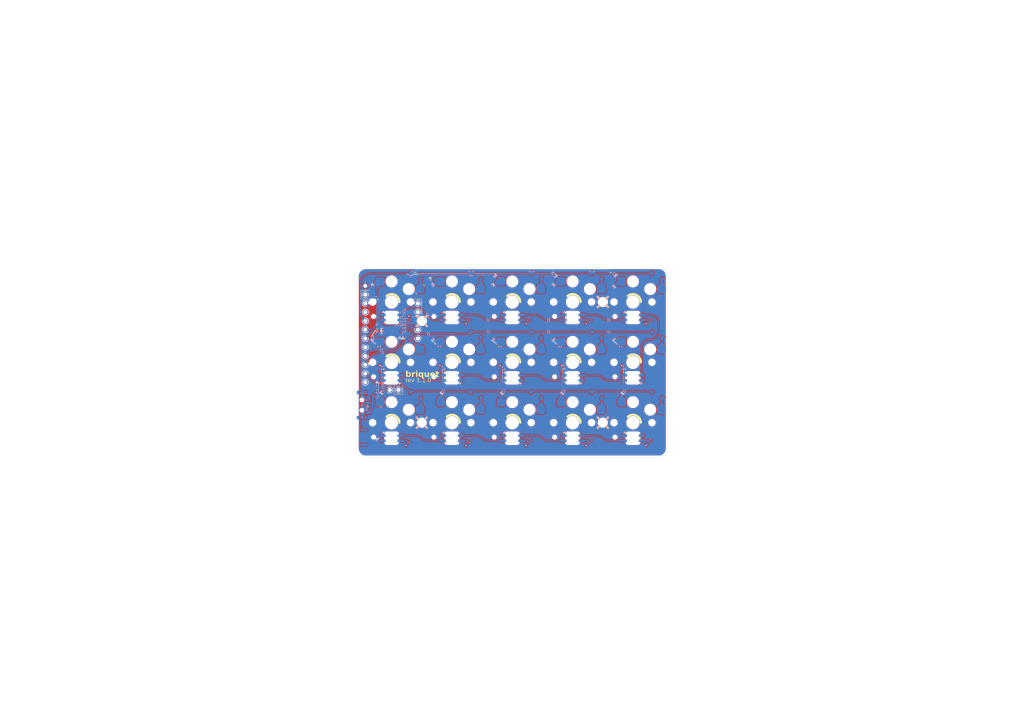
<source format=kicad_pcb>
(kicad_pcb (version 20221018) (generator pcbnew)
  (layers (0 "F.Cu" signal) (31 "B.Cu" signal) (34 "B.Paste" user) (35 "F.Paste" user) (36 "B.SilkS" user "B.Silkscreen") (37 "F.SilkS" user "F.Silkscreen") (38 "B.Mask" user) (39 "F.Mask" user) (44 "Edge.Cuts" user))
  (net 0 "")
  (net 1 "GND")
  (net 2 "+5V")
  (net 3 "Net-(D1-A)")
  (net 4 "COL01")
  (net 5 "Net-(D4-A)")
  (net 6 "COL02")
  (net 7 "Net-(D7-A)")
  (net 8 "COL03")
  (net 9 "Net-(D10-A)")
  (net 10 "COL04")
  (net 11 "Net-(D13-A)")
  (net 12 "COL05")
  (net 13 "Net-(D2-A)")
  (net 14 "Net-(D5-A)")
  (net 15 "Net-(D8-A)")
  (net 16 "Net-(D11-A)")
  (net 17 "Net-(D14-A)")
  (net 18 "Net-(D3-A)")
  (net 19 "Net-(D6-A)")
  (net 20 "Net-(D9-A)")
  (net 21 "Net-(D12-A)")
  (net 22 "Net-(D15-A)")
  (net 23 "ROW01")
  (net 24 "ROW02")
  (net 25 "ROW03")
  (net 26 "Net-(LED1-DOUT)")
  (net 27 "Net-(LED2-DOUT)")
  (net 28 "Net-(LED3-DOUT)")
  (net 29 "Net-(LED4-DOUT)")
  (net 30 "LED_DATA")
  (net 31 "Net-(LED11-DIN)")
  (net 32 "Net-(LED6-DIN)")
  (net 33 "Net-(LED7-DIN)")
  (net 34 "Net-(LED10-DIN)")
  (net 35 "Net-(LED11-DOUT)")
  (net 36 "Net-(LED12-DOUT)")
  (net 37 "Net-(LED13-DOUT)")
  (net 38 "Net-(LED14-DOUT)")
  (net 39 "RST")
  (net 40 "3.3V")
  (net 41 "BAT_IN")
  (net 43 "Net-(LED8-DIN)")
  (net 44 "Net-(LED10-DOUT)")
  (footprint "Briquet:Mount" (layer "F.Cu") (at 174.75 87.5)
    (fp_text reference "H4" hide)
    (fp_text value "MountingHole" hide)
  )
  (footprint "Briquet:Mount" (layer "F.Cu") (at 122.25 93)
    (fp_text reference "H3" hide)
    (fp_text value "MountingHole" hide)
  )
  (footprint "Briquet:Mount" (layer "F.Cu") (at 174.75 122.5)
    (fp_text reference "H2" hide)
    (fp_text value "MountingHole" hide)
  )
  (footprint "Briquet:NiceNanoCustom" (layer "F.Cu") (at 113.5 77.5)
    (fp_text reference "J1" hide)
    (fp_text value "NiceNanoCustom")
  )
  (footprint "Briquet:Mount" (layer "F.Cu") (at 122.25 122.5)
    (fp_text reference "H1" hide)
    (fp_text value "MountingHole" hide)
  )
  (footprint "Briquet:Led" (layer "B.Cu") (at 131 92 180)
    (fp_text reference "LED2" hide)
    (fp_text value "SK6812MINI" hide)
    (fp_line (start -1.675 -1.15) (end -1.675 1.15) (stroke (width 0.05)) (layer "Edge.Cuts"))
    (fp_line (start -1.35 1.475) (end 1.35 1.475) (stroke (width 0.05)) (layer "Edge.Cuts"))
    (fp_line (start 1.35 -1.475) (end -1.35 -1.475) (stroke (width 0.05)) (layer "Edge.Cuts"))
    (fp_line (start 1.675 1.15) (end 1.675 -1.15) (stroke (width 0.05)) (layer "Edge.Cuts"))
    (fp_arc (start -1.675 -1.15) (mid -1.579809 -1.379809) (end -1.35 -1.475) (stroke (width 0.05)) (layer "Edge.Cuts"))
    (fp_arc (start -1.35 1.475) (mid -1.579809 1.379809) (end -1.675 1.15) (stroke (width 0.05)) (layer "Edge.Cuts"))
    (fp_arc (start 1.35 -1.475) (mid 1.57981 -1.37981) (end 1.675 -1.15) (stroke (width 0.05)) (layer "Edge.Cuts"))
    (fp_arc (start 1.675 1.15) (mid 1.57981 1.37981) (end 1.35 1.475) (stroke (width 0.05)) (layer "Edge.Cuts"))
  )
  (footprint "Briquet:ChocHotSwap" (layer "B.Cu") (at 183.5 87.5)
    (fp_text reference "CHOC5" hide)
    (fp_text value "CHOC" hide)
  )
  (footprint "Briquet:Led" (layer "B.Cu") (at 113.5 127 180)
    (fp_text reference "LED11" hide)
    (fp_text value "SK6812MINI" hide)
    (fp_line (start -1.675 -1.15) (end -1.675 1.15) (stroke (width 0.05)) (layer "Edge.Cuts"))
    (fp_line (start -1.35 1.475) (end 1.35 1.475) (stroke (width 0.05)) (layer "Edge.Cuts"))
    (fp_line (start 1.35 -1.475) (end -1.35 -1.475) (stroke (width 0.05)) (layer "Edge.Cuts"))
    (fp_line (start 1.675 1.15) (end 1.675 -1.15) (stroke (width 0.05)) (layer "Edge.Cuts"))
    (fp_arc (start -1.675 -1.15) (mid -1.579809 -1.379809) (end -1.35 -1.475) (stroke (width 0.05)) (layer "Edge.Cuts"))
    (fp_arc (start -1.35 1.475) (mid -1.579809 1.379809) (end -1.675 1.15) (stroke (width 0.05)) (layer "Edge.Cuts"))
    (fp_arc (start 1.35 -1.475) (mid 1.57981 -1.37981) (end 1.675 -1.15) (stroke (width 0.05)) (layer "Edge.Cuts"))
    (fp_arc (start 1.675 1.15) (mid 1.57981 1.37981) (end 1.35 1.475) (stroke (width 0.05)) (layer "Edge.Cuts"))
  )
  (footprint "Diode_SMD:D_SOD-123" (layer "B.Cu") (at 173 80 -30)
    (fp_text reference "D4" hide)
    (fp_text value "D_Small")
  )
  (footprint "Capacitor_SMD:C_0402_1005Metric" (layer "B.Cu") (at 128.019998 107.5)
    (fp_text reference "C7" hide)
    (fp_text value "0.1u")
  )
  (footprint "Briquet:ChocHotSwap" (layer "B.Cu") (at 148.5 87.5)
    (fp_text reference "CHOC3" hide)
    (fp_text value "CHOC" hide)
  )
  (footprint "Briquet:Led" (layer "B.Cu") (at 113.5 92 180)
    (fp_text reference "LED1" hide)
    (fp_text value "SK6812MINI" hide)
    (fp_line (start -1.675 -1.15) (end -1.675 1.15) (stroke (width 0.05)) (layer "Edge.Cuts"))
    (fp_line (start -1.35 1.475) (end 1.35 1.475) (stroke (width 0.05)) (layer "Edge.Cuts"))
    (fp_line (start 1.35 -1.475) (end -1.35 -1.475) (stroke (width 0.05)) (layer "Edge.Cuts"))
    (fp_line (start 1.675 1.15) (end 1.675 -1.15) (stroke (width 0.05)) (layer "Edge.Cuts"))
    (fp_arc (start -1.675 -1.15) (mid -1.579809 -1.379809) (end -1.35 -1.475) (stroke (width 0.05)) (layer "Edge.Cuts"))
    (fp_arc (start -1.35 1.475) (mid -1.579809 1.379809) (end -1.675 1.15) (stroke (width 0.05)) (layer "Edge.Cuts"))
    (fp_arc (start 1.35 -1.475) (mid 1.57981 -1.37981) (end 1.675 -1.15) (stroke (width 0.05)) (layer "Edge.Cuts"))
    (fp_arc (start 1.675 1.15) (mid 1.57981 1.37981) (end 1.35 1.475) (stroke (width 0.05)) (layer "Edge.Cuts"))
  )
  (footprint "Capacitor_SMD:C_0402_1005Metric" (layer "B.Cu") (at 118.379999 92.75 180)
    (fp_text reference "C1" hide)
    (fp_text value "0.1u" hide)
  )
  (footprint "Diode_SMD:D_SOD-123" (layer "B.Cu") (at 120.5 114.5 -30)
    (fp_text reference "D11" hide)
    (fp_text value "D_Small")
  )
  (footprint "Briquet:ChocHotSwap" (layer "B.Cu") (at 148.5 105)
    (fp_text reference "CHOC8" hide)
    (fp_text value "CHOC" hide)
  )
  (footprint "Briquet:Led" (layer "B.Cu") (at 183.5 127 180)
    (fp_text reference "LED15" hide)
    (fp_text value "SK6812MINI" hide)
    (fp_line (start -1.675 -1.15) (end -1.675 1.15) (stroke (width 0.05)) (layer "Edge.Cuts"))
    (fp_line (start -1.35 1.475) (end 1.35 1.475) (stroke (width 0.05)) (layer "Edge.Cuts"))
    (fp_line (start 1.35 -1.475) (end -1.35 -1.475) (stroke (width 0.05)) (layer "Edge.Cuts"))
    (fp_line (start 1.675 1.15) (end 1.675 -1.15) (stroke (width 0.05)) (layer "Edge.Cuts"))
    (fp_arc (start -1.675 -1.15) (mid -1.579809 -1.379809) (end -1.35 -1.475) (stroke (width 0.05)) (layer "Edge.Cuts"))
    (fp_arc (start -1.35 1.475) (mid -1.579809 1.379809) (end -1.675 1.15) (stroke (width 0.05)) (layer "Edge.Cuts"))
    (fp_arc (start 1.35 -1.475) (mid 1.57981 -1.37981) (end 1.675 -1.15) (stroke (width 0.05)) (layer "Edge.Cuts"))
    (fp_arc (start 1.675 1.15) (mid 1.57981 1.37981) (end 1.35 1.475) (stroke (width 0.05)) (layer "Edge.Cuts"))
  )
  (footprint "Briquet:Led" (layer "B.Cu") (at 183.5 92 180)
    (fp_text reference "LED5" hide)
    (fp_text value "SK6812MINI" hide)
    (fp_line (start -1.675 -1.15) (end -1.675 1.15) (stroke (width 0.05)) (layer "Edge.Cuts"))
    (fp_line (start -1.35 1.475) (end 1.35 1.475) (stroke (width 0.05)) (layer "Edge.Cuts"))
    (fp_line (start 1.35 -1.475) (end -1.35 -1.475) (stroke (width 0.05)) (layer "Edge.Cuts"))
    (fp_line (start 1.675 1.15) (end 1.675 -1.15) (stroke (width 0.05)) (layer "Edge.Cuts"))
    (fp_arc (start -1.675 -1.15) (mid -1.579809 -1.379809) (end -1.35 -1.475) (stroke (width 0.05)) (layer "Edge.Cuts"))
    (fp_arc (start -1.35 1.475) (mid -1.579809 1.379809) (end -1.675 1.15) (stroke (width 0.05)) (layer "Edge.Cuts"))
    (fp_arc (start 1.35 -1.475) (mid 1.57981 -1.37981) (end 1.675 -1.15) (stroke (width 0.05)) (layer "Edge.Cuts"))
    (fp_arc (start 1.675 1.15) (mid 1.57981 1.37981) (end 1.35 1.475) (stroke (width 0.05)) (layer "Edge.Cuts"))
  )
  (footprint "Capacitor_SMD:C_0402_1005Metric" (layer "B.Cu") (at 135.98 127.75 180)
    (fp_text reference "C12" hide)
    (fp_text value "0.1u")
  )
  (footprint "Diode_SMD:D_SOD-123" (layer "B.Cu") (at 190.5 97 -30)
    (fp_text reference "D10" hide)
    (fp_text value "D_Small")
  )
  (footprint "Briquet:Led" (layer "B.Cu") (at 131 109.5)
    (fp_text reference "LED7" hide)
    (fp_text value "SK6812MINI" hide)
    (fp_line (start -1.675 -1.15) (end -1.675 1.15) (stroke (width 0.05)) (layer "Edge.Cuts"))
    (fp_line (start -1.35 1.475) (end 1.35 1.475) (stroke (width 0.05)) (layer "Edge.Cuts"))
    (fp_line (start 1.35 -1.475) (end -1.35 -1.475) (stroke (width 0.05)) (layer "Edge.Cuts"))
    (fp_line (start 1.675 1.15) (end 1.675 -1.15) (stroke (width 0.05)) (layer "Edge.Cuts"))
    (fp_arc (start -1.675 -1.15) (mid -1.579809 -1.379809) (end -1.35 -1.475) (stroke (width 0.05)) (layer "Edge.Cuts"))
    (fp_arc (start -1.35 1.475) (mid -1.579809 1.379809) (end -1.675 1.15) (stroke (width 0.05)) (layer "Edge.Cuts"))
    (fp_arc (start 1.35 -1.475) (mid 1.57981 -1.37981) (end 1.675 -1.15) (stroke (width 0.05)) (layer "Edge.Cuts"))
    (fp_arc (start 1.675 1.15) (mid 1.57981 1.37981) (end 1.35 1.475) (stroke (width 0.05)) (layer "Edge.Cuts"))
  )
  (footprint "Button_Switch_SMD:SW_Push_SPST_NO_Alps_SKRK" (layer "B.Cu") (at 105.5 126.75 -90)
    (fp_text reference "RST1" hide)
    (fp_text value "Reset Button" hide)
  )
  (footprint "Diode_SMD:D_SOD-123" (layer "B.Cu") (at 138 97 -30)
    (fp_text reference "D7" hide)
    (fp_text value "D_Small")
  )
  (footprint "Briquet:ChocHotSwap" (layer "B.Cu") (at 183.5 122.5)
    (fp_text reference "CHOC15" hide)
    (fp_text value "CHOC" hide)
  )
  (footprint "Diode_SMD:D_SOD-123" (layer "B.Cu") (at 173 97 -30)
    (fp_text reference "D9" hide)
    (fp_text value "D_Small")
  )
  (footprint "Capacitor_SMD:C_0402_1005Metric" (layer "B.Cu") (at 118.48 127.75 180)
    (fp_text reference "C11" hide)
    (fp_text value "0.1u")
  )
  (footprint "Capacitor_SMD:C_0402_1005Metric" (layer "B.Cu") (at 170.88 92.75 180)
    (fp_text reference "C4" hide)
    (fp_text value "0.1u")
  )
  (footprint "Diode_SMD:D_SOD-123" (layer "B.Cu") (at 173 114.5 -30)
    (fp_text reference "D14" hide)
    (fp_text value "D_Small")
  )
  (footprint "Briquet:Led" (layer "B.Cu") (at 113.5 109.5)
    (fp_text reference "LED6" hide)
    (fp_text value "SK6812MINI" hide)
    (fp_line (start -1.675 -1.15) (end -1.675 1.15) (stroke (width 0.05)) (layer "Edge.Cuts"))
    (fp_line (start -1.35 1.475) (end 1.35 1.475) (stroke (width 0.05)) (layer "Edge.Cuts"))
    (fp_line (start 1.35 -1.475) (end -1.35 -1.475) (stroke (width 0.05)) (layer "Edge.Cuts"))
    (fp_line (start 1.675 1.15) (end 1.675 -1.15) (stroke (width 0.05)) (layer "Edge.Cuts"))
    (fp_arc (start -1.675 -1.15) (mid -1.579809 -1.379809) (end -1.35 -1.475) (stroke (width 0.05)) (layer "Edge.Cuts"))
    (fp_arc (start -1.35 1.475) (mid -1.579809 1.379809) (end -1.675 1.15) (stroke (width 0.05)) (layer "Edge.Cuts"))
    (fp_arc (start 1.35 -1.475) (mid 1.57981 -1.37981) (end 1.675 -1.15) (stroke (width 0.05)) (layer "Edge.Cuts"))
    (fp_arc (start 1.675 1.15) (mid 1.57981 1.37981) (end 1.35 1.475) (stroke (width 0.05)) (layer "Edge.Cuts"))
  )
  (footprint "Briquet:ChocHotSwap" (layer "B.Cu") (at 131 105)
    (fp_text reference "CHOC7" hide)
    (fp_text value "CHOC" hide)
  )
  (footprint "Briquet:BatConnection" (layer "B.Cu") (at 115.4975 113 -90)
    (fp_text reference "J2" hide)
    (fp_text value "Conn_01x02")
  )
  (footprint "Briquet:ChocHotSwap" (layer "B.Cu") (at 113.5 122.5)
    (fp_text reference "CHOC11" hide)
    (fp_text value "CHOC" hide)
  )
  (footprint "Diode_SMD:D_SOD-123" (layer "B.Cu") (at 190.5 80 -30)
    (fp_text reference "D5" hide)
    (fp_text value "D_Small")
  )
  (footprint "Briquet:Led" (layer "B.Cu") (at 183.5 109.5)
    (fp_text reference "LED10" hide)
    (fp_text value "SK6812MINI" hide)
    (fp_line (start -1.675 -1.15) (end -1.675 1.15) (stroke (width 0.05)) (layer "Edge.Cuts"))
    (fp_line (start -1.35 1.475) (end 1.35 1.475) (stroke (width 0.05)) (layer "Edge.Cuts"))
    (fp_line (start 1.35 -1.475) (end -1.35 -1.475) (stroke (width 0.05)) (layer "Edge.Cuts"))
    (fp_line (start 1.675 1.15) (end 1.675 -1.15) (stroke (width 0.05)) (layer "Edge.Cuts"))
    (fp_arc (start -1.675 -1.15) (mid -1.579809 -1.379809) (end -1.35 -1.475) (stroke (width 0.05)) (layer "Edge.Cuts"))
    (fp_arc (start -1.35 1.475) (mid -1.579809 1.379809) (end -1.675 1.15) (stroke (width 0.05)) (layer "Edge.Cuts"))
    (fp_arc (start 1.35 -1.475) (mid 1.57981 -1.37981) (end 1.675 -1.15) (stroke (width 0.05)) (layer "Edge.Cuts"))
    (fp_arc (start 1.675 1.15) (mid 1.57981 1.37981) (end 1.35 1.475) (stroke (width 0.05)) (layer "Edge.Cuts"))
  )
  (footprint "Capacitor_SMD:C_0402_1005Metric" (layer "B.Cu") (at 153.38 92.749999 180)
    (fp_text reference "C3" hide)
    (fp_text value "0.1u")
  )
  (footprint "Briquet:ChocHotSwap" (layer "B.Cu") (at 148.5 122.5)
    (fp_text reference "CHOC13" hide)
    (fp_text value "CHOC" hide)
  )
  (footprint "Briquet:Led" (layer "B.Cu") (at 131 127 180)
    (fp_text reference "LED12" hide)
    (fp_text value "SK6812MINI" hide)
    (fp_line (start -1.675 -1.15) (end -1.675 1.15) (stroke (width 0.05)) (layer "Edge.Cuts"))
    (fp_line (start -1.35 1.475) (end 1.35 1.475) (stroke (width 0.05)) (layer "Edge.Cuts"))
    (fp_line (start 1.35 -1.475) (end -1.35 -1.475) (stroke (width 0.05)) (layer "Edge.Cuts"))
    (fp_line (start 1.675 1.15) (end 1.675 -1.15) (stroke (width 0.05)) (layer "Edge.Cuts"))
    (fp_arc (start -1.675 -1.15) (mid -1.579809 -1.379809) (end -1.35 -1.475) (stroke (width 0.05)) (layer "Edge.Cuts"))
    (fp_arc (start -1.35 1.475) (mid -1.579809 1.379809) (end -1.675 1.15) (stroke (width 0.05)) (layer "Edge.Cuts"))
    (fp_arc (start 1.35 -1.475) (mid 1.57981 -1.37981) (end 1.675 -1.15) (stroke (width 0.05)) (layer "Edge.Cuts"))
    (fp_arc (start 1.675 1.15) (mid 1.57981 1.37981) (end 1.35 1.475) (stroke (width 0.05)) (layer "Edge.Cuts"))
  )
  (footprint "Briquet:Led" (layer "B.Cu") (at 148.5 109.5)
    (fp_text reference "LED8" hide)
    (fp_text value "SK6812MINI" hide)
    (fp_line (start -1.675 -1.15) (end -1.675 1.15) (stroke (width 0.05)) (layer "Edge.Cuts"))
    (fp_line (start -1.35 1.475) (end 1.35 1.475) (stroke (width 0.05)) (layer "Edge.Cuts"))
    (fp_line (start 1.35 -1.475) (end -1.35 -1.475) (stroke (width 0.05)) (layer "Edge.Cuts"))
    (fp_line (start 1.675 1.15) (end 1.675 -1.15) (stroke (width 0.05)) (layer "Edge.Cuts"))
    (fp_arc (start -1.675 -1.15) (mid -1.579809 -1.379809) (end -1.35 -1.475) (stroke (width 0.05)) (layer "Edge.Cuts"))
    (fp_arc (start -1.35 1.475) (mid -1.579809 1.379809) (end -1.675 1.15) (stroke (width 0.05)) (layer "Edge.Cuts"))
    (fp_arc (start 1.35 -1.475) (mid 1.57981 -1.37981) (end 1.675 -1.15) (stroke (width 0.05)) (layer "Edge.Cuts"))
    (fp_arc (start 1.675 1.15) (mid 1.57981 1.37981) (end 1.35 1.475) (stroke (width 0.05)) (layer "Edge.Cuts"))
  )
  (footprint "Briquet:Led" (layer "B.Cu") (at 148.5 127 180)
    (fp_text reference "LED13" hide)
    (fp_text value "SK6812MINI" hide)
    (fp_line (start -1.675 -1.15) (end -1.675 1.15) (stroke (width 0.05)) (layer "Edge.Cuts"))
    (fp_line (start -1.35 1.475) (end 1.35 1.475) (stroke (width 0.05)) (layer "Edge.Cuts"))
    (fp_line (start 1.35 -1.475) (end -1.35 -1.475) (stroke (width 0.05)) (layer "Edge.Cuts"))
    (fp_line (start 1.675 1.15) (end 1.675 -1.15) (stroke (width 0.05)) (layer "Edge.Cuts"))
    (fp_arc (start -1.675 -1.15) (mid -1.579809 -1.379809) (end -1.35 -1.475) (stroke (width 0.05)) (layer "Edge.Cuts"))
    (fp_arc (start -1.35 1.475) (mid -1.579809 1.379809) (end -1.675 1.15) (stroke (width 0.05)) (layer "Edge.Cuts"))
    (fp_arc (start 1.35 -1.475) (mid 1.57981 -1.37981) (end 1.675 -1.15) (stroke (width 0.05)) (layer "Edge.Cuts"))
    (fp_arc (start 1.675 1.15) (mid 1.57981 1.37981) (end 1.35 1.475) (stroke (width 0.05)) (layer "Edge.Cuts"))
  )
  (footprint "Briquet:ChocHotSwap" (layer "B.Cu") (at 113.5 105)
    (fp_text reference "CHOC6" hide)
    (fp_text value "CHOC" hide)
  )
  (footprint "Briquet:Led" (layer "B.Cu") (at 166 92 180)
    (fp_text reference "LED4" hide)
    (fp_text value "SK6812MINI" hide)
    (fp_line (start -1.675 -1.15) (end -1.675 1.15) (stroke (width 0.05)) (layer "Edge.Cuts"))
    (fp_line (start -1.35 1.475) (end 1.35 1.475) (stroke (width 0.05)) (layer "Edge.Cuts"))
    (fp_line (start 1.35 -1.475) (end -1.35 -1.475) (stroke (width 0.05)) (layer "Edge.Cuts"))
    (fp_line (start 1.675 1.15) (end 1.675 -1.15) (stroke (width 0.05)) (layer "Edge.Cuts"))
    (fp_arc (start -1.675 -1.15) (mid -1.579809 -1.379809) (end -1.35 -1.475) (stroke (width 0.05)) (layer "Edge.Cuts"))
    (fp_arc (start -1.35 1.475) (mid -1.579809 1.379809) (end -1.675 1.15) (stroke (width 0.05)) (layer "Edge.Cuts"))
    (fp_arc (start 1.35 -1.475) (mid 1.57981 -1.37981) (end 1.675 -1.15) (stroke (width 0.05)) (layer "Edge.Cuts"))
    (fp_arc (start 1.675 1.15) (mid 1.57981 1.37981) (end 1.35 1.475) (stroke (width 0.05)) (layer "Edge.Cuts"))
  )
  (footprint "Briquet:Led" (layer "B.Cu") (at 166 127 180)
    (fp_text reference "LED14" hide)
    (fp_text value "SK6812MINI" hide)
    (fp_line (start -1.675 -1.15) (end -1.675 1.15) (stroke (width 0.05)) (layer "Edge.Cuts"))
    (fp_line (start -1.35 1.475) (end 1.35 1.475) (stroke (width 0.05)) (layer "Edge.Cuts"))
    (fp_line (start 1.35 -1.475) (end -1.35 -1.475) (stroke (width 0.05)) (layer "Edge.Cuts"))
    (fp_line (start 1.675 1.15) (end 1.675 -1.15) (stroke (width 0.05)) (layer "Edge.Cuts"))
    (fp_arc (start -1.675 -1.15) (mid -1.579809 -1.379809) (end -1.35 -1.475) (stroke (width 0.05)) (layer "Edge.Cuts"))
    (fp_arc (start -1.35 1.475) (mid -1.579809 1.379809) (end -1.675 1.15) (stroke (width 0.05)) (layer "Edge.Cuts"))
    (fp_arc (start 1.35 -1.475) (mid 1.57981 -1.37981) (end 1.675 -1.15) (stroke (width 0.05)) (layer "Edge.Cuts"))
    (fp_arc (start 1.675 1.15) (mid 1.57981 1.37981) (end 1.35 1.475) (stroke (width 0.05)) (layer "Edge.Cuts"))
  )
  (footprint "Diode_SMD:D_SOD-123" (layer "B.Cu") (at 155.5 80 -30)
    (fp_text reference "D3" hide)
    (fp_text value "D_Small")
  )
  (footprint "Capacitor_SMD:C_0402_1005Metric" (layer "B.Cu") (at 135.88 92.75 180)
    (fp_text reference "C2" hide)
    (fp_text value "0.1u" hide)
  )
  (footprint "Briquet:ChocHotSwap" (layer "B.Cu") (at 166 122.5)
    (fp_text reference "CHOC14" hide)
    (fp_text value "CHOC" hide)
  )
  (footprint "Diode_SMD:D_SOD-123" (layer "B.Cu") (at 120.5 80 -30)
    (fp_text reference "D1" hide)
    (fp_text value "D_Small")
  )
  (footprint "Capacitor_SMD:C_0402_1005Metric" (layer "B.Cu") (at 145.519999 107.500001)
    (fp_text reference "C8" hide)
    (fp_text value "0.1u")
  )
  (footprint "Briquet:ChocHotSwap" (layer "B.Cu") (at 113.5 87.5)
    (fp_text reference "CHOC1" hide)
    (fp_text value "CHOC" hide)
  )
  (footprint "Capacitor_SMD:C_0402_1005Metric" (layer "B.Cu") (at 170.98 127.75 180)
    (fp_text reference "C14" hide)
    (fp_text value "0.1u")
  )
  (footprint "Briquet:ChocHotSwap" (layer "B.Cu") (at 131 122.5)
    (fp_text reference "CHOC12" hide)
    (fp_text value "CHOC" hide)
  )
  (footprint "Briquet:PCM12_dip_switch" (layer "B.Cu") (at 103.5 117.5 90)
    (fp_text reference "SW13" hide)
    (fp_text value "SW_DPDT_x2")
  )
  (footprint "Capacitor_SMD:C_0402_1005Metric" (layer "B.Cu") (at 163.02 107.5)
    (fp_text reference "C9" hide)
    (fp_text value "0.1u")
  )
  (footprint "Diode_SMD:D_SOD-123" (layer "B.Cu") (at 138 114.5 -30)
    (fp_text reference "D114,5" hide)
    (fp_text value "D_Small")
  )
  (footprint "Briquet:ChocHotSwap" (layer "B.Cu") (at 166 105)
    (fp_text reference "CHOC9" hide)
    (fp_text value "CHOC" hide)
  )
  (footprint "Briquet:Led" (layer "B.Cu") (at 166 109.5)
    (fp_text reference "LED9" hide)
    (fp_text value "SK6812MINI" hide)
    (fp_line (start -1.675 -1.15) (end -1.675 1.15) (stroke (width 0.05)) (layer "Edge.Cuts"))
    (fp_line (start -1.35 1.475) (end 1.35 1.475) (stroke (width 0.05)) (layer "Edge.Cuts"))
    (fp_line (start 1.35 -1.475) (end -1.35 -1.475) (stroke (width 0.05)) (layer "Edge.Cuts"))
    (fp_line (start 1.675 1.15) (end 1.675 -1.15) (stroke (width 0.05)) (layer "Edge.Cuts"))
    (fp_arc (start -1.675 -1.15) (mid -1.579809 -1.379809) (end -1.35 -1.475) (stroke (width 0.05)) (layer "Edge.Cuts"))
    (fp_arc (start -1.35 1.475) (mid -1.579809 1.379809) (end -1.675 1.15) (stroke (width 0.05)) (layer "Edge.Cuts"))
    (fp_arc (start 1.35 -1.475) (mid 1.57981 -1.37981) (end 1.675 -1.15) (stroke (width 0.05)) (layer "Edge.Cuts"))
    (fp_arc (start 1.675 1.15) (mid 1.57981 1.37981) (end 1.35 1.475) (stroke (width 0.05)) (layer "Edge.Cuts"))
  )
  (footprint "Capacitor_SMD:C_0402_1005Metric" (layer "B.Cu") (at 188.48 127.75 180)
    (fp_text reference "C15" hide)
    (fp_text value "0.1u")
  )
  (footprint "Briquet:Led" (layer "B.Cu") (at 148.5 92 180)
    (fp_text reference "LED3" hide)
    (fp_text value "SK6812MINI" hide)
    (fp_line (start -1.675 -1.15) (end -1.675 1.15) (stroke (width 0.05)) (layer "Edge.Cuts"))
    (fp_line (start -1.35 1.475) (end 1.35 1.475) (stroke (width 0.05)) (layer "Edge.Cuts"))
    (fp_line (start 1.35 -1.475) (end -1.35 -1.475) (stroke (width 0.05)) (layer "Edge.Cuts"))
    (fp_line (start 1.675 1.15) (end 1.675 -1.15) (stroke (width 0.05)) (layer "Edge.Cuts"))
    (fp_arc (start -1.675 -1.15) (mid -1.579809 -1.379809) (end -1.35 -1.475) (stroke (width 0.05)) (layer "Edge.Cuts"))
    (fp_arc (start -1.35 1.475) (mid -1.579809 1.379809) (end -1.675 1.15) (stroke (width 0.05)) (layer "Edge.Cuts"))
    (fp_arc (start 1.35 -1.475) (mid 1.57981 -1.37981) (end 1.675 -1.15) (stroke (width 0.05)) (layer "Edge.Cuts"))
    (fp_arc (start 1.675 1.15) (mid 1.57981 1.37981) (end 1.35 1.475) (stroke (width 0.05)) (layer "Edge.Cuts"))
  )
  (footprint "Capacitor_SMD:C_0402_1005Metric" (layer "B.Cu") (at 180.52 107.5)
    (fp_text reference "C10" hide)
    (fp_text value "0.1u")
  )
  (footprint "Capacitor_SMD:C_0402_1005Metric" (layer "B.Cu") (at 188.38 92.75 180)
    (fp_text reference "C5" hide)
    (fp_text value "0.1u")
  )
  (footprint "Diode_SMD:D_SOD-123" (layer "B.Cu") (at 138 80 -30)
    (fp_text reference "D2" hide)
    (fp_text value "D_Small")
  )
  (footprint "Briquet:ChocHotSwap" (layer "B.Cu") (at 183.5 105)
    (fp_text reference "CHOC10" hide)
    (fp_text value "CHOC" hide)
  )
  (footprint "Briquet:ChocHotSwap" (layer "B.Cu") (at 131 87.5)
    (fp_text reference "CHOC2" hide)
    (fp_text value "CHOC" hide)
  )
  (footprint "Capacitor_SMD:C_0402_1005Metric" (layer "B.Cu") (at 153.48 127.75 180)
    (fp_text reference "C13" hide)
    (fp_text value "0.1u")
  )
  (footprint "Diode_SMD:D_SOD-123" (layer "B.Cu") (at 190.5 114.5 -30)
    (fp_text reference "D15" hide)
    (fp_text value "D_Small")
  )
  (footprint "Diode_SMD:D_SOD-123" (layer "B.Cu") (at 155.5 97 -30)
    (fp_text reference "D8" hide)
    (fp_text value "D_Small")
  )
  (footprint "Diode_SMD:D_SOD-123" (layer "B.Cu") (at 155.5 114.5 -30)
    (fp_text reference "D114,5" hide)
    (fp_text value "D_Small")
  )
  (footprint "Capacitor_SMD:C_0402_1005Metric" (layer "B.Cu") (at 110.519999 107.5)
    (fp_text reference "C6" hide)
    (fp_text value "0.1u")
  )
  (footprint "Briquet:ChocHotSwap" (layer "B.Cu") (at 166 87.5)
    (fp_text reference "CHOC4" hide)
    (fp_text value "CHOC" hide)
  )
  (footprint "Diode_SMD:D_SOD-123" (layer "B.Cu") (at 117.692397 97 -45)
    (fp_text reference "D6" hide)
    (fp_text value "D_Small")
  )
  (gr_line (start 191 77.5) (end 106 77.5) (stroke (width 0.05)) (layer "Edge.Cuts"))
  (gr_line (start 103.5 80) (end 103.5 130) (stroke (width 0.05)) (layer "Edge.Cuts"))
  (gr_line (start 193.5 130) (end 193.5 80) (stroke (width 0.05)) (layer "Edge.Cuts"))
  (gr_arc (start 193.5 130) (mid 192.767767 131.767767) (end 191 132.5) (stroke (width 0.05)) (layer "Edge.Cuts"))
  (gr_arc (start 106 132.5) (mid 104.232233 131.767767) (end 103.5 130) (stroke (width 0.05)) (layer "Edge.Cuts"))
  (gr_arc (start 191 77.5) (mid 192.767767 78.232233) (end 193.5 80) (stroke (width 0.05)) (layer "Edge.Cuts"))
  (gr_arc (start 103.5 80) (mid 104.232233 78.232233) (end 106 77.5) (stroke (width 0.05)) (layer "Edge.Cuts"))
  (gr_line (start 106 132.5) (end 191 132.5) (stroke (width 0.05)) (layer "Edge.Cuts"))
  (gr_text "rev 1.1.0" (at 117.51 110.95) (layer "F.SilkS") (effects (font (size 1.2 1.2)) (justify left bottom)))
  (gr_text "briquet" (at 117.5 109.5) (layer "F.SilkS") (effects (font (size 1.7 1.7) (thickness 0.3) bold) (justify left bottom)))
  (segment (start 105.88 82.834) (end 104.88 81.834) (width 0.75) (layer "F.Cu") (net 2))
  (segment (start 105.88 82.834) (end 104.88 83.834) (width 0.75) (layer "F.Cu") (net 2))
  (segment (start 105.88 82.834) (end 106.88 81.834) (width 0.75) (layer "F.Cu") (net 2))
  (segment (start 105.88 82.834) (end 106.88 83.834) (width 0.75) (layer "F.Cu") (net 2))
  (via (at 180.145671 105.902495) (size 0.6) (drill 0.3) (layers "F.Cu" "B.Cu") (net 2))
  (via (at 152.518383 129.110298) (size 0.6) (drill 0.3) (layers "F.Cu" "B.Cu") (net 2))
  (via (at 106.7 117.9) (size 0.6) (drill 0.3) (layers "F.Cu" "B.Cu") (net 2))
  (via (at 144.928104 105.902495) (size 0.6) (drill 0.3) (layers "F.Cu" "B.Cu") (net 2))
  (via (at 162.787584 105.902495) (size 0.6) (drill 0.3) (layers "F.Cu" "B.Cu") (net 2))
  (via (at 104.9 117.4) (size 0.6) (drill 0.3) (layers "F.Cu" "B.Cu") (net 2))
  (via (at 187.344369 93.837825) (size 0.6) (drill 0.3) (layers "F.Cu" "B.Cu") (net 2))
  (via (at 117.692397 129.110298) (size 0.6) (drill 0.3) (layers "F.Cu" "B.Cu") (net 2))
  (via (at 187.344369 129.110298) (size 0.6) (drill 0.3) (layers "F.Cu" "B.Cu") (net 2))
  (via (at 152.518383 93.837825) (size 0.6) (drill 0.3) (layers "F.Cu" "B.Cu") (net 2))
  (via (at 169.931376 93.837825) (size 0.6) (drill 0.3) (layers "F.Cu" "B.Cu") (net 2))
  (via (at 118.585371 91.60539) (size 0.6) (drill 0.3) (layers "F.Cu" "B.Cu") (net 2))
  (via (at 135.10539 129.110298) (size 0.6) (drill 0.3) (layers "F.Cu" "B.Cu") (net 2))
  (via (at 169.931376 129.110298) (size 0.6) (drill 0.3) (layers "F.Cu" "B.Cu") (net 2))
  (via (at 110.102118 105.902495) (size 0.6) (drill 0.3) (layers "F.Cu" "B.Cu") (net 2))
  (via (at 135.10539 93.837825) (size 0.6) (drill 0.3) (layers "F.Cu" "B.Cu") (net 2))
  (via (at 127.515111 105.902495) (size 0.6) (drill 0.3) (layers "F.Cu" "B.Cu") (net 2))
  (segment (start 187.344369 129.110298) (end 187.750862 128.703804) (width 0.3) (layer "B.Cu") (net 2))
  (segment (start 118.585371 91.60539) (end 118.062364 92.128396) (width 0.3) (layer "B.Cu") (net 2))
  (segment (start 106.7 117.9) (end 106.68 117.88) (width 0.5) (layer "B.Cu") (net 2))
  (segment (start 187.344369 93.837825) (end 187.711841 93.470352) (width 0.3) (layer "B.Cu") (net 2))
  (segment (start 106.66 117.155) (end 106.66 117.831715) (width 0.5) (layer "B.Cu") (net 2))
  (segment (start 110.974999 108.725) (end 110.95 108.75) (width 0.3) (layer "B.Cu") (net 2))
  (segment (start 181 107.5) (end 181 108.664644) (width 0.3) (layer "B.Cu") (net 2))
  (segment (start 128.499998 108.664648) (end 128.499998 107.806309) (width 0.3) (layer "B.Cu") (net 2))
  (segment (start 110.752644 106.553021) (end 110.102118 105.902495) (width 0.3) (layer "B.Cu") (net 2))
  (segment (start 181 107.5) (end 181 107.128412) (width 0.3) (layer "B.Cu") (net 2))
  (segment (start 118 127.75) (end 118 128.585186) (width 0.3) (layer "B.Cu") (net 2))
  (segment (start 144.928104 105.902495) (end 145.814167 106.788558) (width 0.3) (layer "B.Cu") (net 2))
  (segment (start 135.4 92.75) (end 135.4 93.334894) (width 0.3) (layer "B.Cu") (net 2))
  (segment (start 152.518383 93.837825) (end 152.709191 93.647016) (width 0.3) (layer "B.Cu") (net 2))
  (segment (start 153 128.288126) (end 153 127.75) (width 0.3) (layer "B.Cu") (net 2))
  (segment (start 188 127.75) (end 186.05 127.75) (width 0.3) (layer "B.Cu") (net 2))
  (segment (start 117.67038 92.75) (end 116.05 92.75) (width 0.3) (layer "B.Cu") (net 2))
  (segment (start 104.9 117.4) (end 105.292911 117.007088) (width 0.5) (layer "B.Cu") (net 2))
  (segment (start 135.5 127.75) (end 135.5 128.436656) (width 0.3) (layer "B.Cu") (net 2))
  (segment (start 135.302695 128.912993) (end 135.10539 129.110298) (width 0.3) (layer "B.Cu") (net 2))
  (segment (start 163.5 107.5) (end 163.5 107.057455) (width 0.3) (layer "B.Cu") (net 2))
  (segment (start 145.974999 108.725) (end 145.95 108.75) (width 0.3) (layer "B.Cu") (net 2))
  (segment (start 118 127.75) (end 116.05 127.75) (width 0.3) (layer "B.Cu") (net 2))
  (segment (start 152.9 93.186364) (end 152.9 92.749999) (width 0.3) (layer "B.Cu") (net 2))
  (segment (start 135.4 92.75) (end 133.55 92.75) (width 0.3) (layer "B.Cu") (net 2))
  (segment (start 180.737247 106.494071) (end 180.145671 105.902495) (width 0.3) (layer "B.Cu") (net 2))
  (segment (start 170.2201 128.821573) (end 169.931376 129.110298) (width 0.3) (layer "B.Cu") (net 2))
  (segment (start 145.999999 108.664646) (end 145.999999 107.500001) (width 0.3) (layer "B.Cu") (net 2))
  (segment (start 170.5 127.75) (end 168.55 127.75) (width 0.3) (layer "B.Cu") (net 2))
  (segment (start 128.283404 106.670788) (end 127.515111 105.902495) (width 0.3) (layer "B.Cu") (net 2))
  (segment (start 110.999999 107.150188) (end 110.999999 107.5) (width 0.3) (layer "B.Cu") (net 2))
  (segment (start 117.692397 129.110298) (end 117.846198 128.956496) (width 0.3) (layer "B.Cu") (net 2))
  (segment (start 128.474999 108.725001) (end 128.45 108.75) (width 0.3) (layer "B.Cu") (net 2))
  (segment (start 135.5 127.75) (end 133.55 127.75) (width 0.3) (layer "B.Cu") (net 2))
  (segment (start 180.975 108.725) (end 180.95 108.75) (width 0.3) (layer "B.Cu") (net 2))
  (segment (start 153 127.75) (end 151.05 127.75) (width 0.3) (layer "B.Cu") (net 2))
  (segment (start 135.10539 93.837825) (end 135.252695 93.69052) (width 0.3) (layer "B.Cu") (net 2))
  (segment (start 170.090399 92.75) (end 168.55 92.75) (width 0.3) (layer "B.Cu") (net 2))
  (segment (start 163.475 108.725) (end 163.45 108.75) (width 0.3) (layer "B.Cu") (net 2))
  (segment (start 163.5 107.5) (end 163.5 108.664644) (width 0.3) (layer "B.Cu") (net 2))
  (segment (start 152.9 92.749999) (end 151.05 92.75) (width 0.3) (layer "B.Cu") (net 2))
  (segment (start 162.787584 105.902495) (end 163.187073 106.301984) (width 0.3) (layer "B.Cu") (net 2))
  (segment (start 187.9 93.016097) (end 187.9 92.75) (width 0.3) (layer "B.Cu") (net 2))
  (segment (start 187.9 92.75) (end 186.05 92.75) (width 0.3) (layer "B.Cu") (net 2))
  (segment (start 169.931376 93.837825) (end 170.181079 93.588121) (width 0.3) (layer "B.Cu") (net 2))
  (segment (start 152.518383 129.110298) (end 152.759191 128.869489) (width 0.3) (layer "B.Cu") (net 2))
  (segment (start 128.499998 107.193691) (end 128.499998 107.806309) (width 0.3) (layer "B.Cu") (net 2))
  (segment (start 110.999999 108.664646) (end 110.999999 107.5) (width 0.3) (layer "B.Cu") (net 2))
  (segment (start 188 128.102333) (end 188 127.75) (width 0.3) (layer "B.Cu") (net 2))
  (segment (start 145.999999 107.237195) (end 145.999999 107.500001) (width 0.3) (layer "B.Cu") (net 2))
  (segment (start 170.5 127.75) (end 170.5 128.145837) (width 0.3) (layer "B.Cu") (net 2))
  (arc (start 135.4 93.334894) (mid 135.361716 93.527357) (end 135.252695 93.69052) (width 0.3) (layer "B.Cu") (net 2))
  (arc (start 118 128.585186) (mid 117.960028 128.786137) (end 117.846198 128.956496) (width 0.3) (layer "B.Cu") (net 2))
  (arc (start 117.899999 92.520381) (mid 117.832745 92.682746) (end 117.67038 92.75) (width 0.3) (layer "B.Cu") (net 2))
  (arc (start 145.999999 108.664646) (mid 145.993501 108.697309) (end 145.974999 108.725) (width 0.3) (layer "B.Cu") (net 2))
  (arc (start 110.752644 106.553021) (mid 110.935713 106.827003) (end 110.999999 107.150188) (width 0.3) (layer "B.Cu") (net 2))
  (arc (start 128.283404 106.670788) (mid 128.443707 106.910698) (end 128.499998 107.193691) (width 0.3) (layer "B.Cu") (net 2))
  (arc (start 163.5 108.664644) (mid 163.493502 108.697308) (end 163.475 108.725) (width 0.3) (layer "B.Cu") (net 2))
  (arc (start 110.999999 108.664646) (mid 110.993501 108.697309) (end 110.974999 108.725) (width 0.3) (layer "B.Cu") (net 2))
  (arc (start 118.062364 92.128396) (mid 117.942196 92.30824) (end 117.899999 92.520381) (width 0.3) (layer "B.Cu") (net 2))
  (arc (start 188 128.102333) (mid 187.935251 128.427846) (end 187.750862 128.703804) (width 0.3) (layer "B.Cu") (net 2))
  (arc (start 145.814167 106.788558) (mid 145.951702 106.994394) (end 145.999999 107.237195) (width 0.3) (layer "B.Cu") (net 2))
  (arc (start 170.5 128.145837) (mid 170.427256 128.511542) (end 170.2201 128.821573) (width 0.3) (layer "B.Cu") (net 2))
  (arc (start 163.187073 106.301984) (mid 163.418672 106.648597) (end 163.5 107.057455) (width 0.3) (layer "B.Cu") (net 2))
  (arc (start 187.9 93.016097) (mid 187.851099 93.261938) (end 187.711841 93.470352) (width 0.3) (layer "B.Cu") (net 2))
  (arc (start 106.66 117.831715) (mid 106.665197 117.857846) (end 106.68 117.88) (width 0.5) (layer "B.Cu") (net 2))
  (arc (start 135.5 128.436656) (mid 135.448722 128.694447) (end 135.302695 128.912993) (width 0.3) (layer "B.Cu") (net 2))
  (arc (start 128.499998 108.664648) (mid 128.4935 108.69731) (end 128.474999 108.725001) (width 0.3) (layer "B.Cu") (net 2))
  (arc (start 170.4 93.0596) (mid 170.343104 93.345633) (end 170.181079 93.588121) (width 0.3) (layer "B.Cu") (net 2))
  (arc (start 180.737247 106.494071) (mid 180.931712 106.785109) (end 181 107.128412) (width 0.3) (layer "B.Cu") (net 2))
  (arc (start 106.155 116.65) (mid 105.68844 116.742804) (end 105.292911 117.007088) (width 0.5) (layer "B.Cu") (net 2))
  (arc (start 106.66 117.155) (mid 106.512088 116.797911) (end 106.155 116.65) (width 0.5) (layer "B.Cu") (net 2))
  (arc (start 181 108.664644) (mid 180.993502 108.697308) (end 180.975 108.725) (width 0.3) (layer "B.Cu") (net 2))
  (arc (start 170.4 93.0596) (mid 170.309319 92.840679) (end 170.090399 92.75) (width 0.3) (layer "B.Cu") (net 2))
  (arc (start 152.9 93.186364) (mid 152.85041 93.435667) (end 152.709191 93.647016) (width 0.3) (layer "B.Cu") (net 2))
  (arc (start 153 128.288126) (mid 152.937415 128.602757) (end 152.759191 128.869489) (width 0.3) (layer "B.Cu") (net 2))
  (segment (start 121.851971 83.673028) (end 121.775001 83.749999) (width 0.3) (layer "B.Cu") (net 3))
  (segment (start 121.928942 83.487205) (end 121.928942 80.825) (width 0.3) (layer "B.Cu") (net 3))
  (arc (start 121.928942 83.487205) (mid 121.908937 83.587771) (end 121.851971 83.673028) (width 0.3) (layer "B.Cu") (net 3))
  (segment (start 108 84.239339) (end 108 82.5) (width 0.3) (layer "F.Cu") (net 4))
  (segment (start 109.5 100) (end 108 98.5) (width 0.3) (layer "F.Cu") (net 4))
  (segment (start 109.5 87.86066) (end 109.5 94.539339) (width 0.3) (layer "F.Cu") (net 4))
  (segment (start 110.5 114) (end 110.75 113.75) (width 0.3) (layer "F.Cu") (net 4))
  (segment (start 108 97.8) (end 108 98.5) (width 0.3) (layer "F.Cu") (net 4))
  (segment (start 108.749999 96.349999) (end 108.494974 96.605025) (width 0.3) (layer "F.Cu") (net 4))
  (segment (start 111 103.62132) (end 111 113.146446) (width 0.3) (layer "F.Cu") (net 4))
  (via (at 108 98.5) (size 0.6) (drill 0.3) (layers "F.Cu" "B.Cu") (net 4))
  (via (at 108 82.5) (size 0.6) (drill 0.3) (layers "F.Cu" "B.Cu") (net 4))
  (via (at 110.5 114) (size 0.6) (drill 0.3) (layers "F.Cu" "B.Cu") (net 4))
  (arc (start 109.5 94.539339) (mid 109.305081 95.519261) (end 108.749999 96.349999) (width 0.3) (layer "F.Cu") (net 4))
  (arc (start 108 84.239339) (mid 108.194918 85.219261) (end 108.75 86.05) (width 0.3) (layer "F.Cu") (net 4))
  (arc (start 108.75 86.05) (mid 109.305081 86.880737) (end 109.5 87.86066) (width 0.3) (layer "F.Cu") (net 4))
  (arc (start 108.494974 96.605025) (mid 108.128639 97.153284) (end 108 97.8) (width 0.3) (layer "F.Cu") (net 4))
  (arc (start 111 113.146446) (mid 110.935027 113.473087) (end 110.75 113.75) (width 0.3) (layer "F.Cu") (net 4))
  (arc (start 109.5 100) (mid 110.610162 101.661475) (end 111 103.62132) (width 0.3) (layer "F.Cu") (net 4))
  (segment (start 108 98.5) (end 108.274999 98.774999) (width 0.3) (layer "B.Cu") (net 4))
  (segment (start 109.24 92.870913) (end 109.24 88.036748) (width 0.3) (layer "B.Cu") (net 4))
  (segment (start 109.250901 86.989567) (end 109.250901 88.01043) (width 0.3) (layer "B.Cu") (net 4))
  (segment (start 109.24 83.2315) (end 109.24 86.963249) (width 0.3) (layer "B.Cu") (net 4))
  (segment (start 110.5 114) (end 110.3625 114.137499) (width 0.3) (layer "B.Cu") (net 4))
  (segment (start 110.225001 114.469452) (end 110.225001 116.549999) (width 0.3) (layer "B.Cu") (net 4))
  (segment (start 109.7325 82.042499) (end 109.77422 82.000779) (width 0.3) (layer "B.Cu") (net 4))
  (segment (start 108.938907 99.049999) (end 110.225001 99.049999) (width 0.3) (layer "B.Cu") (net 4))
  (segment (start 106.78 95.534) (end 105.88 95.534) (width 0.3) (layer "B.Cu") (net 4))
  (segment (start 108.316396 94.897603) (end 108.46 94.754) (width 0.3) (layer "B.Cu") (net 4))
  (segment (start 108.49922 82.000779) (end 108 82.5) (width 0.3) (layer "B.Cu") (net 4))
  (arc (start 109.24 86.963249) (mid 109.241416 86.97037) (end 109.24545 86.976408) (width 0.3) (layer "B.Cu") (net 4))
  (arc (start 109.7325 82.042499) (mid 109.367996 82.588017) (end 109.24 83.2315) (width 0.3) (layer "B.Cu") (net 4))
  (arc (start 109.77422 82.000779) (mid 109.831461 81.713008) (end 109.587501 81.549999) (width 0.3) (layer "B.Cu") (net 4))
  (arc (start 109.587501 81.549999) (mid 108.998527 81.667152) (end 108.49922 82.000779) (width 0.3) (layer "B.Cu") (net 4))
  (arc (start 108.316396 94.897603) (mid 107.611491 95.368605) (end 106.78 95.534) (width 0.3) (layer "B.Cu") (net 4))
  (arc (start 109.24545 86.976408) (mid 109.249484 86.982445) (end 109.250901 86.989567) (width 0.3) (layer "B.Cu") (net 4))
  (arc (start 109.24545 88.023589) (mid 109.241416 88.029626) (end 109.24 88.036748) (width 0.3) (layer "B.Cu") (net 4))
  (arc (start 110.3625 114.137499) (mid 110.260735 114.2898) (end 110.225001 114.469452) (width 0.3) (layer "B.Cu") (net 4))
  (arc (start 109.24 92.870913) (mid 109.037284 93.890032) (end 108.46 94.754) (width 0.3) (layer "B.Cu") (net 4))
  (arc (start 109.250901 88.01043) (mid 109.249484 88.017551) (end 109.24545 88.023589) (width 0.3) (layer "B.Cu") (net 4))
  (arc (start 108.274999 98.774999) (mid 108.579602 98.978528) (end 108.938907 99.049999) (width 0.3) (layer "B.Cu") (net 4))
  (segment (start 174.428942 83.487205) (end 174.428942 80.825) (width 0.3) (layer "B.Cu") (net 5))
  (segment (start 174.351971 83.673028) (end 174.275001 83.749999) (width 0.3) (layer "B.Cu") (net 5))
  (arc (start 174.428942 83.487205) (mid 174.408937 83.587771) (end 174.351971 83.673028) (width 0.3) (layer "B.Cu") (net 5))
  (segment (start 125.5 82.5) (end 124.75 83.25) (width 0.3) (layer "F.Cu") (net 6))
  (segment (start 118.745 85.924) (end 118.308908 85.924) (width 0.3) (layer "F.Cu") (net 6))
  (segment (start 124 95.939339) (end 124 85.06066) (width 0.3) (layer "F.Cu") (net 6))
  (segment (start 127 100) (end 125.5 98.5) (width 0.3) (layer "F.Cu") (net 6))
  (segment (start 120.153363 85.340636) (end 124.74 80.754) (width 0.3) (layer "F.Cu") (net 6))
  (segment (start 128.5 103.62132) (end 128.5 113.146446) (width 0.3) (layer "F.Cu") (net 6))
  (segment (start 117.37 97.245801) (end 117.37 86.862908) (width 0.3) (layer "F.Cu") (net 6))
  (segment (start 117.145 97.789) (end 116.92 98.014) (width 0.3) (layer "F.Cu") (net 6))
  (segment (start 124.75 97.75) (end 125.5 98.5) (width 0.3) (layer "F.Cu") (net 6))
  (segment (start 128 114) (end 128.25 113.75) (width 0.3) (layer "F.Cu") (net 6))
  (via (at 116.92 98.014) (size 0.6) (drill 0.3) (layers "F.Cu" "B.Cu") (net 6))
  (via (at 124.74 80.754) (size 0.6) (drill 0.3) (layers "F.Cu" "B.Cu") (net 6))
  (via (at 128 114) (size 0.6) (drill 0.3) (layers "F.Cu" "B.Cu") (net 6))
  (via (at 125.5 98.5) (size 0.6) (drill 0.3) (layers "F.Cu" "B.Cu") (net 6))
  (via (at 125.5 82.5) (size 0.6) (drill 0.3) (layers "F.Cu" "B.Cu") (net 6))
  (arc (start 120.153363 85.340636) (mid 119.5072 85.772388) (end 118.745 85.924) (width 0.3) (layer "F.Cu") (net 6))
  (arc (start 117.37 97.245801) (mid 117.311524 97.539778) (end 117.145 97.789) (width 0.3) (layer "F.Cu") (net 6))
  (arc (start 124 95.939339) (mid 124.194918 96.919261) (end 124.75 97.75) (width 0.3) (layer "F.Cu") (net 6))
  (arc (start 124.75 83.25) (mid 124.194918 84.080737) (end 124 85.06066) (width 0.3) (layer "F.Cu") (net 6))
  (arc (start 117.645 86.199) (mid 117.44147 86.503603) (end 117.37 86.862908) (width 0.3) (layer "F.Cu") (net 6))
  (arc (start 128.5 113.146446) (mid 128.435027 113.473087) (end 128.25 113.75) (width 0.3) (layer "F.Cu") (net 6))
  (arc (start 127 100) (mid 128.110162 101.661475) (end 128.5 103.62132) (width 0.3) (layer "F.Cu") (net 6))
  (arc (start 118.308908 85.924) (mid 117.949603 85.99547) (end 117.645 86.199) (width 0.3) (layer "F.Cu") (net 6))
  (segment (start 128 114) (end 127.8625 114.137499) (width 0.3) (layer "B.Cu") (net 6))
  (segment (start 127.725001 114.469452) (end 127.725001 116.549999) (width 0.3) (layer "B.Cu") (net 6))
  (segment (start 126.400287 80.774) (end 124.774142 80.774) (width 0.3) (layer "B.Cu") (net 6))
  (segment (start 105.88 105.294) (end 105.88 105.694) (width 0.3) (layer "B.Cu") (net 6))
  (segment (start 112.805888 102.134) (end 110.591614 102.134) (width 0.3) (layer "B.Cu") (net 6))
  (segment (start 115.436905 101.044198) (end 116.373015 100.10809) (width 0.3) (layer "B.Cu") (net 6))
  (segment (start 126.438907 99.049999) (end 127.725001 99.049999) (width 0.3) (layer "B.Cu") (net 6))
  (segment (start 125.5 98.5) (end 125.774999 98.774999) (width 0.3) (layer "B.Cu") (net 6))
  (segment (start 116.92 98.014) (end 116.92 98.787553) (width 0.3) (layer "B.Cu") (net 6))
  (segment (start 125.5 82.5) (end 125.99922 82.000779) (width 0.3) (layer "B.Cu") (net 6))
  (segment (start 127.176286 81.549999) (end 127.087501 81.549999) (width 0.3) (layer "B.Cu") (net 6))
  (segment (start 106.162842 104.611157) (end 107.26 103.514) (width 0.3) (layer "B.Cu") (net 6))
  (segment (start 124.75 80.764) (end 124.74 80.754) (width 0.3) (layer "B.Cu") (net 6))
  (arc (start 116.92 98.787553) (mid 116.777843 99.502222) (end 116.373015 100.10809) (width 0.3) (layer "B.Cu") (net 6))
  (arc (start 115.436905 101.044198) (mid 114.229784 101.85077) (end 112.805888 102.134) (width 0.3) (layer "B.Cu") (net 6))
  (arc (start 127.337001 81.161999) (mid 127.38627 81.409692) (end 127.176286 81.549999) (width 0.3) (layer "B.Cu") (net 6))
  (arc (start 106.162842 104.611157) (mid 105.953508 104.924448) (end 105.88 105.294) (width 0.3) (layer "B.Cu") (net 6))
  (arc (start 127.087501 81.549999) (mid 126.498527 81.667152) (end 125.99922 82.000779) (width 0.3) (layer "B.Cu") (net 6))
  (arc (start 110.591614 102.134) (mid 108.788557 102.49265) (end 107.26 103.514) (width 0.3) (layer "B.Cu") (net 6))
  (arc (start 124.75 80.764) (mid 124.761076 80.771401) (end 124.774142 80.774) (width 0.3) (layer "B.Cu") (net 6))
  (arc (start 127.8625 114.137499) (mid 127.760735 114.2898) (end 127.725001 114.469452) (width 0.3) (layer "B.Cu") (net 6))
  (arc (start 125.774999 98.774999) (mid 126.079602 98.978528) (end 126.438907 99.049999) (width 0.3) (layer "B.Cu") (net 6))
  (arc (start 127.337001 81.161999) (mid 126.907233 80.874837) (end 126.400287 80.774) (width 0.3) (layer "B.Cu") (net 6))
  (segment (start 139.428942 100.987205) (end 139.428942 97.825) (width 0.3) (layer "B.Cu") (net 7))
  (segment (start 139.351971 101.173028) (end 139.275001 101.249999) (width 0.3) (layer "B.Cu") (net 7))
  (arc (start 139.428942 100.987205) (mid 139.408937 101.087771) (end 139.351971 101.173028) (width 0.3) (layer "B.Cu") (net 7))
  (segment (start 143.39 79.734) (end 143.57 79.914) (width 0.3) (layer "F.Cu") (net 8))
  (segment (start 146 113.146446) (end 146 103.62132) (width 0.3) (layer "F.Cu") (net 8))
  (segment (start 143 82.5) (end 142.25 83.25) (width 0.3) (layer "F.Cu") (net 8))
  (segment (start 116.32 83.822609) (end 116.32 84.425091) (width 0.3) (layer "F.Cu") (net 8))
  (segment (start 117.021019 82.130198) (end 118.003425 81.147792) (width 0.3) (layer "F.Cu") (net 8))
  (segment (start 115.99 97.994) (end 116.43 97.554) (width 0.3) (layer "F.Cu") (net 8))
  (segment (start 141.5 95.939339) (end 141.5 85.06066) (width 0.3) (layer "F.Cu") (net 8))
  (segment (start 144.5 100) (end 143 98.5) (width 0.3) (layer "F.Cu") (net 8))
  (segment (start 116.87 85.752908) (end 116.87 96.491746) (width 0.3) (layer "F.Cu") (net 8))
  (segment (start 142.25 97.75) (end 143 98.5) (width 0.3) (layer "F.Cu") (net 8))
  (segment (start 142.955441 79.554) (end 121.851181 79.554) (width 0.3) (layer "F.Cu") (net 8))
  (segment (start 145.75 113.75) (end 145.5 114) (width 0.3) (layer "F.Cu") (net 8))
  (via (at 145.5 114) (size 0.6) (drill 0.3) (layers "F.Cu" "B.Cu") (net 8))
  (via (at 143 98.5) (size 0.6) (drill 0.3) (layers "F.Cu" "B.Cu") (net 8))
  (via (at 115.99 97.994) (size 0.6) (drill 0.3) (layers "F.Cu" "B.Cu") (net 8))
  (via (at 143 82.5) (size 0.6) (drill 0.3) (layers "F.Cu" "B.Cu") (net 8))
  (via (at 143.57 79.914) (size 0.6) (drill 0.3) (layers "F.Cu" "B.Cu") (net 8))
  (arc (start 117.021019 82.130198) (mid 116.502188 82.906682) (end 116.32 83.822609) (width 0.3) (layer "F.Cu") (net 8))
  (arc (start 144.5 100) (mid 145.610162 101.661475) (end 146 103.62132) (width 0.3) (layer "F.Cu") (net 8))
  (arc (start 142.25 83.25) (mid 141.694918 84.080737) (end 141.5 85.06066) (width 0.3) (layer "F.Cu") (net 8))
  (arc (start 141.5 95.939339) (mid 141.694918 96.919261) (end 142.25 97.75) (width 0.3) (layer "F.Cu") (net 8))
  (arc (start 116.32 84.425091) (mid 116.39147 84.784396) (end 116.595 85.089) (width 0.3) (layer "F.Cu") (net 8))
  (arc (start 143.39 79.734) (mid 143.190622 79.60078) (end 142.955441 79.554) (width 0.3) (layer "F.Cu") (net 8))
  (arc (start 146 113.146446) (mid 145.935027 113.473087) (end 145.75 113.75) (width 0.3) (layer "F.Cu") (net 8))
  (arc (start 121.851181 79.554) (mid 119.76879 79.968213) (end 118.003425 81.147792) (width 0.3) (layer "F.Cu") (net 8))
  (arc (start 116.87 96.491746) (mid 116.755647 97.066633) (end 116.43 97.554) (width 0.3) (layer "F.Cu") (net 8))
  (arc (start 116.595 85.089) (mid 116.798529 85.393603) (end 116.87 85.752908) (width 0.3) (layer "F.Cu") (net 8))
  (segment (start 143 98.5) (end 143.274999 98.774999) (width 0.3) (layer "B.Cu") (net 8))
  (segment (start 143.59572 79.920718) (end 144.77422 81.099218) (width 0.3) (layer "B.Cu") (net 8))
  (segment (start 108.474802 101.634) (end 112.418721 101.634) (width 0.3) (layer "B.Cu") (net 8))
  (segment (start 115.99 98.889) (end 115.99 97.994) (width 0.3) (layer "B.Cu") (net 8))
  (segment (start 143.49922 82.000779) (end 143 82.5) (width 0.3) (layer "B.Cu") (net 8))
  (segment (start 143.579501 79.914) (end 143.57 79.914) (width 0.3) (layer "B.Cu") (net 8))
  (segment (start 143.938907 99.049999) (end 145.225001 99.049999) (width 0.3) (layer "B.Cu") (net 8))
  (segment (start 145.3625 114.137499) (end 145.5 114) (width 0.3) (layer "B.Cu") (net 8))
  (segment (start 106.64 102.394) (end 105.88 103.154) (width 0.3) (layer "B.Cu") (net 8))
  (segment (start 145.225001 114.469452) (end 145.225001 116.549999) (width 0.3) (layer "B.Cu") (net 8))
  (arc (start 115.99 98.889) (mid 115.825524 99.715872) (end 115.357139 100.41686) (width 0.3) (layer "B.Cu") (net 8))
  (arc (start 115.357139 100.41686) (mid 114.008972 101.31768) (end 112.418721 101.634) (width 0.3) (layer "B.Cu") (net 8))
  (arc (start 108.474802 101.634) (mid 107.481814 101.831517) (end 106.64 102.394) (width 0.3) (layer "B.Cu") (net 8))
  (arc (start 144.587501 81.549999) (mid 143.998527 81.667152) (end 143.49922 82.000779) (width 0.3) (layer "B.Cu") (net 8))
  (arc (start 143.274999 98.774999) (mid 143.579602 98.978528) (end 143.938907 99.049999) (width 0.3) (layer "B.Cu") (net 8))
  (arc (start 144.77422 81.099218) (mid 144.831461 81.386989) (end 144.587501 81.549999) (width 0.3) (layer "B.Cu") (net 8))
  (arc (start 143.59572 79.920718) (mid 143.588278 79.915745) (end 143.579501 79.914) (width 0.3) (layer "B.Cu") (net 8))
  (arc (start 145.3625 114.137499) (mid 145.260735 114.2898) (end 145.225001 114.469452) (width 0.3) (layer "B.Cu") (net 8))
  (segment (start 191.851971 101.173028) (end 191.775001 101.249999) (width 0.3) (layer "B.Cu") (net 9))
  (segment (start 191.928942 100.987205) (end 191.928942 97.825) (width 0.3) (layer "B.Cu") (net 9))
  (arc (start 191.928942 100.987205) (mid 191.908937 101.087771) (end 191.851971 101.173028) (width 0.3) (layer "B.Cu") (net 9))
  (segment (start 112.238553 96.304) (end 110.55 96.304) (width 0.3) (layer "F.Cu") (net 10))
  (segment (start 160.5 82.5) (end 159.75 83.25) (width 0.3) (layer "F.Cu") (net 10))
  (segment (start 159.75 97.75) (end 160.5 98.5) (width 0.3) (layer "F.Cu") (net 10))
  (segment (start 115.148552 95.082552) (end 115.85523 94.375874) (width 0.3) (layer "F.Cu") (net 10))
  (segment (start 163 114) (end 163.25 113.75) (width 0.3) (layer "F.Cu") (net 10))
  (segment (start 159.379468 78.954) (end 121.744075 78.954) (width 0.3) (layer "F.Cu") (net 10))
  (segment (start 115.148552 95.082552) (end 115.121093 95.110012) (width 0.3) (layer "F.Cu") (net 10))
  (segment (start 162 100) (end 160.5 98.5) (width 0.3) (layer "F.Cu") (net 10))
  (segment (start 163.5 113.146446) (end 163.5 103.62132) (width 0.3) (layer "F.Cu") (net 10))
  (segment (start 116.37 93.133109) (end 116.37 85.960014) (width 0.3) (layer "F.Cu") (net 10))
  (segment (start 115.82 84.632197) (end 115.82 83.822609) (width 0.3) (layer "F.Cu") (net 10))
  (segment (start 117.896318 80.547792) (end 116.667465 81.776646) (width 0.3) (layer "F.Cu") (net 10))
  (segment (start 160.659002 79.484) (end 161.189002 80.014) (width 0.3) (layer "F.Cu") (net 10))
  (segment (start 159 95.939339) (end 159 85.06066) (width 0.3) (layer "F.Cu") (net 10))
  (via (at 110.55 96.304) (size 0.6) (drill 0.3) (layers "F.Cu" "B.Cu") (net 10))
  (via (at 160.5 98.5) (size 0.6) (drill 0.3) (layers "F.Cu" "B.Cu") (net 10))
  (via (at 160.5 82.5) (size 0.6) (drill 0.3) (layers "F.Cu" "B.Cu") (net 10))
  (via (at 163 114) (size 0.6) (drill 0.3) (layers "F.Cu" "B.Cu") (net 10))
  (via (at 161.189002 80.014) (size 0.6) (drill 0.3) (layers "F.Cu" "B.Cu") (net 10))
  (arc (start 116.37 93.133109) (mid 116.236216 93.805689) (end 115.85523 94.375874) (width 0.3) (layer "F.Cu") (net 10))
  (arc (start 116.095 85.296106) (mid 116.298529 85.600709) (end 116.37 85.960014) (width 0.3) (layer "F.Cu") (net 10))
  (arc (start 121.744075 78.954) (mid 119.661684 79.368213) (end 117.896318 80.547792) (width 0.3) (layer "F.Cu") (net 10))
  (arc (start 163.5 113.146446) (mid 163.435027 113.473087) (end 163.25 113.75) (width 0.3) (layer "F.Cu") (net 10))
  (arc (start 115.82 84.632197) (mid 115.89147 84.991502) (end 116.095 85.296106) (width 0.3) (layer "F.Cu") (net 10))
  (arc (start 159.75 83.25) (mid 159.194918 84.080737) (end 159 85.06066) (width 0.3) (layer "F.Cu") (net 10))
  (arc (start 115.121093 95.110012) (mid 113.798572 95.993692) (end 112.238553 96.304) (width 0.3) (layer "F.Cu") (net 10))
  (arc (start 162 100) (mid 163.110162 101.661475) (end 163.5 103.62132) (width 0.3) (layer "F.Cu") (net 10))
  (arc (start 116.667465 81.776646) (mid 116.040248 82.715341) (end 115.82 83.822609) (width 0.3) (layer "F.Cu") (net 10))
  (arc (start 159 95.939339) (mid 159.194918 96.919261) (end 159.75 97.75) (width 0.3) (layer "F.Cu") (net 10))
  (arc (start 160.659002 79.484) (mid 160.071946 79.091742) (end 159.379468 78.954) (width 0.3) (layer "F.Cu") (net 10))
  (segment (start 163 114) (end 162.8625 114.137499) (width 0.3) (layer "B.Cu") (net 10))
  (segment (start 162.725001 114.469452) (end 162.725001 116.549999) (width 0.3) (layer "B.Cu") (net 10))
  (segment (start 105.88 100.15738) (end 105.88 100.614) (width 0.3) (layer "B.Cu") (net 10))
  (segment (start 106.202878 99.377882) (end 108.826603 96.754157) (width 0.3) (layer "B.Cu") (net 10))
  (segment (start 109.91338 96.304) (end 110.55 96.304) (width 0.3) (layer "B.Cu") (net 10))
  (segment (start 161.438907 99.049999) (end 162.725001 99.049999) (width 0.3) (layer "B.Cu") (net 10))
  (segment (start 160.5 82.5) (end 160.99922 82.000779) (width 0.3) (layer "B.Cu") (net 10))
  (segment (start 160.774999 98.774999) (end 160.5 98.5) (width 0.3) (layer "B.Cu") (net 10))
  (segment (start 162.27422 81.099218) (end 161.189002 80.014) (width 0.3) (layer "B.Cu") (net 10))
  (arc (start 160.774999 98.774999) (mid 161.079602 98.978528) (end 161.438907 99.049999) (width 0.3) (layer "B.Cu") (net 10))
  (arc (start 109.91338 96.304) (mid 109.32522 96.420991) (end 108.826603 96.754157) (width 0.3) (layer "B.Cu") (net 10))
  (arc (start 162.087501 81.549999) (mid 161.498527 81.667152) (end 160.99922 82.000779) (width 0.3) (layer "B.Cu") (net 10))
  (arc (start 106.202878 99.377882) (mid 105.963913 99.735518) (end 105.88 100.15738) (width 0.3) (layer "B.Cu") (net 10))
  (arc (start 162.27422 81.099218) (mid 162.331461 81.386989) (end 162.087501 81.549999) (width 0.3) (layer "B.Cu") (net 10))
  (arc (start 162.8625 114.137499) (mid 162.760735 114.2898) (end 162.725001 114.469452) (width 0.3) (layer "B.Cu") (net 10))
  (segment (start 156.928942 118.487205) (end 156.928942 115.325) (width 0.3) (layer "B.Cu") (net 11))
  (segment (start 156.851971 118.673028) (end 156.775001 118.749999) (width 0.3) (layer "B.Cu") (net 11))
  (arc (start 156.928942 118.487205) (mid 156.908937 118.587771) (end 156.851971 118.673028) (width 0.3) (layer "B.Cu") (net 11))
  (segment (start 180.5 114) (end 180.75 113.75) (width 0.3) (layer "F.Cu") (net 12))
  (segment (start 177.25 83.75) (end 178 83) (width 0.3) (layer "F.Cu") (net 12))
  (segment (start 116.313911 81.423094) (end 117.689213 80.047792) (width 0.3) (layer "F.Cu") (net 12))
  (segment (start 177.82 79.144) (end 178.51 79.834) (width 0.3) (layer "F.Cu") (net 12))
  (segment (start 176.154192 78.454) (end 121.536969 78.454) (width 0.3) (layer "F.Cu") (net 12))
  (segment (start 181 113.146446) (end 181 103.62132) (width 0.3) (layer "F.Cu") (net 12))
  (segment (start 178 98.5) (end 179.5 100) (width 0.3) (layer "F.Cu") (net 12))
  (segment (start 178 98.5) (end 177.25 97.75) (width 0.3) (layer "F.Cu") (net 12))
  (segment (start 115.87 86.16712) (end 115.87 92.913291) (width 0.3) (layer "F.Cu") (net 12))
  (segment (start 110.57 95.474) (end 112.763065 95.474) (width 0.3) (layer "F.Cu") (net 12))
  (segment (start 115.32 83.822609) (end 115.32 84.839304) (width 0.3) (layer "F.Cu") (net 12))
  (segment (start 114.96 94.564) (end 115.34624 94.17776) (width 0.3) (layer "F.Cu") (net 12))
  (segment (start 176.5 85.56066) (end 176.5 95.939339) (width 0.3) (layer "F.Cu") (net 12))
  (via (at 110.57 95.474) (size 0.6) (drill 0.3) (layers "F.Cu" "B.Cu") (net 12))
  (via (at 178 98.5) (size 0.6) (drill 0.3) (layers "F.Cu" "B.Cu") (net 12))
  (via (at 178.51 79.834) (size 0.6) (drill 0.3) (layers "F.Cu" "B.Cu") (net 12))
  (via (at 180.5 114) (size 0.6) (drill 0.3) (layers "F.Cu" "B.Cu") (net 12))
  (via (at 178 83) (size 0.6) (drill 0.3) (layers "F.Cu" "B.Cu") (net 12))
  (arc (start 177.25 83.75) (mid 176.694918 84.580737) (end 176.5 85.56066) (width 0.3) (layer "F.Cu") (net 12))
  (arc (start 176.5 95.939339) (mid 176.694918 96.919261) (end 177.25 97.75) (width 0.3) (layer "F.Cu") (net 12))
  (arc (start 116.313911 81.423094) (mid 115.578309 82.524001) (end 115.32 83.822609) (width 0.3) (layer "F.Cu") (net 12))
  (arc (start 114.96 94.564) (mid 113.952037 95.237498) (end 112.763065 95.474) (width 0.3) (layer "F.Cu") (net 12))
  (arc (start 115.32 84.839304) (mid 115.39147 85.198608) (end 115.595 85.503212) (width 0.3) (layer "F.Cu") (net 12))
  (arc (start 179.5 100) (mid 180.610162 101.661475) (end 181 103.62132) (width 0.3) (layer "F.Cu") (net 12))
  (arc (start 115.87 92.913291) (mid 115.733879 93.597617) (end 115.34624 94.17776) (width 0.3) (layer "F.Cu") (net 12))
  (arc (start 115.595 85.503212) (mid 115.798529 85.807815) (end 115.87 86.16712) (width 0.3) (layer "F.Cu") (net 12))
  (arc (start 121.536969 78.454) (mid 119.454578 78.868213) (end 117.689213 80.047792) (width 0.3) (layer "F.Cu") (net 12))
  (arc (start 177.82 79.144) (mid 177.05572 78.633325) (end 176.154192 78.454) (width 0.3) (layer "F.Cu") (net 12))
  (arc (start 181 113.146446) (mid 180.935027 113.473087) (end 180.75 113.75) (width 0.3) (layer "F.Cu") (net 12))
  (segment (start 180.5 114) (end 180.3625 114.137499) (width 0.3) (layer "B.Cu") (net 12))
  (segment (start 178.938907 99.049999) (end 180.225001 99.049999) (width 0.3) (layer "B.Cu") (net 12))
  (segment (start 178.51 79.834499) (end 178.51 79.834) (width 0.3) (layer "B.Cu") (net 12))
  (segment (start 107.741073 96.212926) (end 105.88 98.074) (width 0.3) (layer "B.Cu") (net 12))
  (segment (start 180.225001 114.469452) (end 180.225001 116.549999) (width 0.3) (layer "B.Cu") (net 12))
  (segment (start 178 98.5) (end 178.274999 98.774999) (width 0.3) (layer "B.Cu") (net 12))
  (segment (start 109.525 95.474) (end 110.57 95.474) (width 0.3) (layer "B.Cu") (net 12))
  (segment (start 178 83) (end 179.175997 81.824002) (width 0.3) (layer "B.Cu") (net 12))
  (segment (start 178.510352 79.83535) (end 179.950997 81.275995) (width 0.3) (layer "B.Cu") (net 12))
  (arc (start 109.525 95.474) (mid 108.559545 95.66604) (end 107.741073 96.212926) (width 0.3) (layer "B.Cu") (net 12))
  (arc (start 180.3625 114.137499) (mid 180.260735 114.2898) (end 180.225001 114.469452) (width 0.3) (layer "B.Cu") (net 12))
  (arc (start 179.837501 81.549999) (mid 179.479497 81.62121) (end 179.175997 81.824002) (width 0.3) (layer "B.Cu") (net 12))
  (arc (start 179.950997 81.275995) (mid 179.98579 81.450914) (end 179.837501 81.549999) (width 0.3) (layer "B.Cu") (net 12))
  (arc (start 178.51 79.834499) (mid 178.510091 79.834959) (end 178.510352 79.83535) (width 0.3) (layer "B.Cu") (net 12))
  (arc (start 178.274999 98.774999) (mid 178.579602 98.978528) (end 178.938907 99.049999) (width 0.3) (layer "B.Cu") (net 12))
  (segment (start 139.428942 83.487205) (end 139.428942 80.825) (width 0.3) (layer "B.Cu") (net 13))
  (segment (start 139.351971 83.673028) (end 139.275001 83.749999) (width 0.3) (layer "B.Cu") (net 13))
  (arc (start 139.428942 83.487205) (mid 139.408937 83.587771) (end 139.351971 83.673028) (width 0.3) (layer "B.Cu") (net 13))
  (segment (start 191.928942 83.487205) (end 191.928942 80.825) (width 0.3) (layer "B.Cu") (net 14))
  (segment (start 191.851971 83.673028) (end 191.775001 83.749999) (width 0.3) (layer "B.Cu") (net 14))
  (arc (start 191.928942 83.487205) (mid 191.908937 83.587771) (end 191.851971 83.673028) (width 0.3) (layer "B.Cu") (net 14))
  (segment (start 156.928942 100.987205) (end 156.928942 97.825) (width 0.3) (layer "B.Cu") (net 15))
  (segment (start 156.851971 101.173028) (end 156.775001 101.249999) (width 0.3) (layer "B.Cu") (net 15))
  (arc (start 156.928942 100.987205) (mid 156.908937 101.087771) (end 156.851971 101.173028) (width 0.3) (layer "B.Cu") (net 15))
  (segment (start 121.851971 118.673028) (end 121.775001 118.749999) (width 0.3) (layer "B.Cu") (net 16))
  (segment (start 121.928942 118.487205) (end 121.928942 115.325) (width 0.3) (layer "B.Cu") (net 16))
  (arc (start 121.928942 118.487205) (mid 121.908937 118.587771) (end 121.851971 118.673028) (width 0.3) (layer "B.Cu") (net 16))
  (segment (start 174.428942 118.487205) (end 174.428942 115.325) (width 0.3) (layer "B.Cu") (net 17))
  (segment (start 174.351971 118.673028) (end 174.275001 118.749999) (width 0.3) (layer "B.Cu") (net 17))
  (arc (start 174.428942 118.487205) (mid 174.408937 118.587771) (end 174.351971 118.673028) (width 0.3) (layer "B.Cu") (net 17))
  (segment (start 156.928942 83.487205) (end 156.928942 80.825) (width 0.3) (layer "B.Cu") (net 18))
  (segment (start 156.851971 83.673028) (end 156.775001 83.749999) (width 0.3) (layer "B.Cu") (net 18))
  (arc (start 156.928942 83.487205) (mid 156.908937 83.587771) (end 156.851971 83.673028) (width 0.3) (layer "B.Cu") (net 18))
  (segment (start 121.715817 101.02342) (end 118.859123 98.166726) (width 0.3) (layer "B.Cu") (net 19))
  (segment (start 121.775001 101.166301) (end 121.775001 101.249999) (width 0.3) (layer "B.Cu") (net 19))
  (arc (start 121.715817 101.02342) (mid 121.759619 101.088974) (end 121.775001 101.166301) (width 0.3) (layer "B.Cu") (net 19))
  (segment (start 174.351971 101.173028) (end 174.275001 101.249999) (width 0.3) (layer "B.Cu") (net 20))
  (segment (start 174.428942 100.987205) (end 174.428942 97.825) (width 0.3) (layer "B.Cu") (net 20))
  (arc (start 174.428942 100.987205) (mid 174.408937 101.087771) (end 174.351971 101.173028) (width 0.3) (layer "B.Cu") (net 20))
  (segment (start 139.428942 118.487205) (end 139.428942 115.325) (width 0.3) (layer "B.Cu") (net 21))
  (segment (start 139.351971 118.673028) (end 139.275001 118.749999) (width 0.3) (layer "B.Cu") (net 21))
  (arc (start 139.428942 118.487205) (mid 139.408937 118.587771) (end 139.351971 118.673028) (width 0.3) (layer "B.Cu") (net 21))
  (segment (start 191.928942 118.487205) (end 191.928942 115.325) (width 0.3) (layer "B.Cu") (net 22))
  (segment (start 191.851971 118.673028) (end 191.775001 118.749999) (width 0.3) (layer "B.Cu") (net 22))
  (arc (start 191.928942 118.487205) (mid 191.908937 118.587771) (end 191.851971 118.673028) (width 0.3) (layer "B.Cu") (net 22))
  (segment (start 171.571058 79.175) (end 189.071058 79.175) (width 0.3) (layer "B.Cu") (net 23))
  (segment (start 154.071058 79.175) (end 136.571058 79.175) (width 0.3) (layer "B.Cu") (net 23))
  (segment (start 105.14 92.254) (end 105.88 92.994) (width 0.3) (layer "B.Cu") (net 23))
  (segment (start 136.571058 79.175) (end 119.071058 79.175) (width 0.3) (layer "B.Cu") (net 23))
  (segment (start 104.4 82.46118) (end 104.4 90.467481) (width 0.3) (layer "B.Cu") (net 23))
  (segment (start 154.071058 79.175) (end 171.571058 79.175) (width 0.3) (layer "B.Cu") (net 23))
  (segment (start 107.68618 79.175) (end 119.071058 79.175) (width 0.3) (layer "B.Cu") (net 23))
  (arc (start 105.3625 80.1375) (mid 104.650145 81.203613) (end 104.4 82.46118) (width 0.3) (layer "B.Cu") (net 23))
  (arc (start 104.4 90.467481) (mid 104.592319 91.434338) (end 105.14 92.254) (width 0.3) (layer "B.Cu") (net 23))
  (arc (start 107.68618 79.175) (mid 106.428613 79.425145) (end 105.3625 80.1375) (width 0.3) (layer "B.Cu") (net 23))
  (segment (start 119.56924 96.52324) (end 121.12 98.074) (width 0.3) (layer "B.Cu") (net 24))
  (segment (start 171.571058 96.175) (end 154.071058 96.175) (width 0.3) (layer "B.Cu") (net 24))
  (segment (start 120.210827 96.356255) (end 119.686002 95.83143) (width 0.3) (layer "B.Cu") (net 24))
  (segment (start 117.645512 95.177286) (end 118.106758 95.177286) (width 0.3) (layer "B.Cu") (net 24))
  (segment (start 116.567308 95.791637) (end 116.853665 95.50528) (width 0.3) (layer "B.Cu") (net 24))
  (segment (start 121.002072 96.684) (end 135.70214 96.684) (width 0.3) (layer "B.Cu") (net 24))
  (segment (start 117.702472 95.75) (end 116.667828 95.75) (width 0.3) (layer "B.Cu") (net 24))
  (segment (start 171.571058 96.175) (end 189.071058 96.175) (width 0.3) (layer "B.Cu") (net 24))
  (segment (start 154.071058 96.175) (end 136.930975 96.175) (width 0.3) (layer "B.Cu") (net 24))
  (arc (start 116.567308 95.791637) (mid 116.567308 95.791637) (end 116.567308 95.791637) (width 0.3) (layer "B.Cu") (net 24))
  (arc (start 136.930975 96.175) (mid 136.598454 96.241142) (end 136.316558 96.4295) (width 0.3) (layer "B.Cu") (net 24))
  (arc (start 119.56924 96.52324) (mid 118.712759 95.950958) (end 117.702472 95.75) (width 0.3) (layer "B.Cu") (net 24))
  (arc (start 116.667828 95.75) (mid 116.613427 95.760821) (end 116.567308 95.791637) (width 0.3) (layer "B.Cu") (net 24))
  (arc (start 117.645512 95.177286) (mid 117.216967 95.262528) (end 116.853665 95.50528) (width 0.3) (layer "B.Cu") (net 24))
  (arc (start 120.210827 96.356255) (mid 120.573853 96.598821) (end 121.002072 96.684) (width 0.3) (layer "B.Cu") (net 24))
  (arc (start 136.316558 96.4295) (mid 136.03466 96.617857) (end 135.70214 96.684) (width 0.3) (layer "B.Cu") (net 24))
  (arc (start 119.686002 95.83143) (mid 118.961438 95.347292) (end 118.106758 95.177286) (width 0.3) (layer "B.Cu") (net 24))
  (segment (start 172.133418 113.345577) (end 188.508697 113.345577) (width 0.3) (layer "B.Cu") (net 25))
  (segment (start 109.023104 111.377104) (end 105.88 108.234) (width 0.3) (layer "B.Cu") (net 25))
  (segment (start 109.802644 111.7) (end 115.699522 111.7) (width 0.3) (layer "B.Cu") (net 25))
  (segment (start 154.633418 113.345577) (end 171.008697 113.345577) (width 0.3) (layer "B.Cu") (net 25))
  (segment (start 188.906346 113.510288) (end 189.071058 113.675) (width 0.3) (layer "B.Cu") (net 25))
  (segment (start 118.906346 113.510288) (end 118.083558 112.6875) (width 0.3) (layer "B.Cu") (net 25))
  (segment (start 119.633418 113.345577) (end 136.008697 113.345577) (width 0.3) (layer "B.Cu") (net 25))
  (segment (start 153.508697 113.345577) (end 137.133418 113.345577) (width 0.3) (layer "B.Cu") (net 25))
  (arc (start 136.406346 113.510288) (mid 136.223903 113.388383) (end 136.008697 113.345577) (width 0.3) (layer "B.Cu") (net 25))
  (arc (start 172.133418 113.345577) (mid 171.918212 113.388383) (end 171.735769 113.510288) (width 0.3) (layer "B.Cu") (net 25))
  (arc (start 118.906346 113.510288) (mid 119.071057 113.578513) (end 119.235769 113.510288) (width 0.3) (layer "B.Cu") (net 25))
  (arc (start 118.083558 112.6875) (mid 116.989753 111.956642) (end 115.699522 111.7) (width 0.3) (layer "B.Cu") (net 25))
  (arc (start 154.633418 113.345577) (mid 154.418212 113.388383) (end 154.235769 113.510288) (width 0.3) (layer "B.Cu") (net 25))
  (arc (start 171.406346 113.510288) (mid 171.223903 113.388383) (end 171.008697 113.345577) (width 0.3) (layer "B.Cu") (net 25))
  (arc (start 137.133418 113.345577) (mid 136.918212 113.388383) (end 136.735769 113.510288) (width 0.3) (layer "B.Cu") (net 25))
  (arc (start 153.906346 113.510288) (mid 153.723903 113.388383) (end 153.508697 113.345577) (width 0.3) (layer "B.Cu") (net 25))
  (arc (start 119.633418 113.345577) (mid 119.418212 113.388383) (end 119.235769 113.510288) (width 0.3) (layer "B.Cu") (net 25))
  (arc (start 188.906346 113.510288) (mid 188.723903 113.388383) (end 188.508697 113.345577) (width 0.3) (layer "B.Cu") (net 25))
  (arc (start 136.406346 113.510288) (mid 136.571057 113.578513) (end 136.735769 113.510288) (width 0.3) (layer "B.Cu") (net 25))
  (arc (start 171.406346 113.510288) (mid 171.571057 113.578513) (end 171.735769 113.510288) (width 0.3) (layer "B.Cu") (net 25))
  (arc (start 153.906346 113.510288) (mid 154.071057 113.578513) (end 154.235769 113.510288) (width 0.3) (layer "B.Cu") (net 25))
  (arc (start 109.023104 111.377104) (mid 109.38076 111.616082) (end 109.802644 111.7) (width 0.3) (layer "B.Cu") (net 25))
  (segment (start 126.162793 92.75) (end 128.45 92.75) (width 0.3) (layer "B.Cu") (net 26))
  (segment (start 122.224674 89.684674) (end 124.672842 92.132842) (width 0.3) (layer "B.Cu") (net 26))
  (segment (start 119.566639 89.19) (end 121.030424 89.19) (width 0.3) (layer "B.Cu") (net 26))
  (segment (start 117.08 90.22) (end 116.05 91.25) (width 0.3) (layer "B.Cu") (net 26))
  (arc (start 124.672842 92.132842) (mid 125.356437 92.589606) (end 126.162793 92.75) (width 0.3) (layer "B.Cu") (net 26))
  (arc (start 122.224674 89.684674) (mid 121.676747 89.318561) (end 121.030424 89.19) (width 0.3) (layer "B.Cu") (net 26))
  (arc (start 119.566639 89.19) (mid 118.220879 89.457688) (end 117.08 90.22) (width 0.3) (layer "B.Cu") (net 26))
  (segment (start 137.939339 91.25) (end 133.55 91.25) (width 0.3) (layer "B.Cu") (net 27))
  (segment (start 141.56066 92.75) (end 145.95 92.75) (width 0.3) (layer "B.Cu") (net 27))
  (arc (start 139.75 92) (mid 140.580737 92.555081) (end 141.56066 92.75) (width 0.3) (layer "B.Cu") (net 27))
  (arc (start 139.75 92) (mid 138.919261 91.444918) (end 137.939339 91.25) (width 0.3) (layer "B.Cu") (net 27))
  (segment (start 155.189339 91.25) (end 151.05 91.25) (width 0.3) (layer "B.Cu") (net 28))
  (segment (start 158.81066 92.75) (end 163.45 92.75) (width 0.3) (layer "B.Cu") (net 28))
  (arc (start 157 92) (mid 156.169261 91.444918) (end 155.189339 91.25) (width 0.3) (layer "B.Cu") (net 28))
  (arc (start 157 92) (mid 157.830737 92.555081) (end 158.81066 92.75) (width 0.3) (layer "B.Cu") (net 28))
  (segment (start 172.689339 91.25) (end 168.55 91.25) (width 0.3) (layer "B.Cu") (net 29))
  (segment (start 176.31066 92.75) (end 180.95 92.75) (width 0.3) (layer "B.Cu") (net 29))
  (arc (start 174.5 92) (mid 173.669261 91.444918) (end 172.689339 91.25) (width 0.3) (layer "B.Cu") (net 29))
  (arc (start 174.5 92) (mid 175.330737 92.555081) (end 176.31066 92.75) (width 0.3) (layer "B.Cu") (net 29))
  (segment (start 120.4155 94.8295) (end 121.12 95.534) (width 0.3) (layer "B.Cu") (net 30))
  (segment (start 118.714686 94.125) (end 111.517215 94.125) (width 0.3) (layer "B.Cu") (net 30))
  (segment (start 110.95 93.557784) (end 110.95 92.75) (width 0.3) (layer "B.Cu") (net 30))
  (arc (start 111.116133 93.958866) (mid 111.300151 94.081823) (end 111.517215 94.125) (width 0.3) (layer "B.Cu") (net 30))
  (arc (start 110.95 93.557784) (mid 110.993176 93.774848) (end 111.116133 93.958866) (width 0.3) (layer "B.Cu") (net 30))
  (arc (start 120.4155 94.8295) (mid 119.63516 94.308093) (end 118.714686 94.125) (width 0.3) (layer "B.Cu") (net 30))
  (segment (start 110.4 123.992893) (end 110.4 117.784291) (width 0.3) (layer "F.Cu") (net 31))
  (segment (start 109.4 127.2) (end 109.4 126.407106) (width 0.3) (layer "F.Cu") (net 31))
  (segment (start 109.432266 115.447974) (end 109.432266 110.867734) (width 0.3) (layer "F.Cu") (net 31))
  (via (at 109.432266 110.867734) (size 0.6) (drill 0.3) (layers "F.Cu" "B.Cu") (net 31))
  (via (at 109.4 127.2) (size 0.6) (drill 0.3) (layers "F.Cu" "B.Cu") (net 31))
  (arc (start 109.432266 115.447974) (mid 109.558018 116.080177) (end 109.916133 116.616133) (width 0.3) (layer "F.Cu") (net 31))
  (arc (start 109.9 125.2) (mid 109.529945 125.753825) (end 109.4 126.407106) (width 0.3) (layer "F.Cu") (net 31))
  (arc (start 109.916133 116.616133) (mid 110.274247 117.152088) (end 110.4 117.784291) (width 0.3) (layer "F.Cu") (net 31))
  (arc (start 110.4 123.992893) (mid 110.270054 124.646174) (end 109.9 125.2) (width 0.3) (layer "F.Cu") (net 31))
  (segment (start 109.741133 110.558867) (end 109.432266 110.867734) (width 0.3) (layer "B.Cu") (net 31))
  (segment (start 110.486803 110.25) (end 110.95 110.25) (width 0.3) (layer "B.Cu") (net 31))
  (segment (start 110.338908 127.75) (end 110.95 127.75) (width 0.3) (layer "B.Cu") (net 31))
  (segment (start 109.4 127.2) (end 109.675 127.475) (width 0.3) (layer "B.Cu") (net 31))
  (arc (start 110.486803 110.25) (mid 110.083249 110.330271) (end 109.741133 110.558867) (width 0.3) (layer "B.Cu") (net 31))
  (arc (start 109.675 127.475) (mid 109.979603 127.678529) (end 110.338908 127.75) (width 0.3) (layer "B.Cu") (net 31))
  (segment (start 124.06066 110.25) (end 128.45 110.25) (width 0.3) (layer "B.Cu") (net 32))
  (segment (start 120.439339 108.75) (end 116.05 108.75) (width 0.3) (layer "B.Cu") (net 32))
  (arc (start 122.25 109.5) (mid 123.080737 110.055081) (end 124.06066 110.25) (width 0.3) (layer "B.Cu") (net 32))
  (arc (start 122.25 109.5) (mid 121.419261 108.944918) (end 120.439339 108.75) (width 0.3) (layer "B.Cu") (net 32))
  (segment (start 137.939339 108.75) (end 133.55 108.75) (width 0.3) (layer "B.Cu") (net 33))
  (segment (start 141.56066 110.25) (end 145.95 110.25) (width 0.3) (layer "B.Cu") (net 33))
  (arc (start 139.75 109.5) (mid 140.580737 110.055081) (end 141.56066 110.25) (width 0.3) (layer "B.Cu") (net 33))
  (arc (start 139.75 109.5) (mid 138.919261 108.944918) (end 137.939339 108.75) (width 0.3) (layer "B.Cu") (net 33))
  (segment (start 188.595405 91.25) (end 186.05 91.25) (width 0.3) (layer "B.Cu") (net 34))
  (segment (start 186.05 100.533883) (end 186.05 108.75) (width 0.3) (layer "B.Cu") (net 34))
  (segment (start 190.9 93.554594) (end 190.9 96.01005) (width 0.3) (layer "B.Cu") (net 34))
  (segment (start 188.183883 98.4) (end 188.51005 98.4) (width 0.3) (layer "B.Cu") (net 34))
  (arc (start 190.225 91.925) (mid 190.724573 92.672664) (end 190.9 93.554594) (width 0.3) (layer "B.Cu") (net 34))
  (arc (start 190.2 97.7) (mid 189.424644 98.218075) (end 188.51005 98.4) (width 0.3) (layer "B.Cu") (net 34))
  (arc (start 188.183883 98.4) (mid 187.367281 98.562432) (end 186.675 99.025) (width 0.3) (layer "B.Cu") (net 34))
  (arc (start 190.225 91.925) (mid 189.477335 91.425426) (end 188.595405 91.25) (width 0.3) (layer "B.Cu") (net 34))
  (arc (start 190.9 96.01005) (mid 190.718075 96.924644) (end 190.2 97.7) (width 0.3) (layer "B.Cu") (net 34))
  (arc (start 186.675 99.025) (mid 186.212432 99.717281) (end 186.05 100.533883) (width 0.3) (layer "B.Cu") (net 34))
  (segment (start 120.439339 126.25) (end 116.05 126.25) (width 0.3) (layer "B.Cu") (net 35))
  (segment (start 124.06066 127.75) (end 128.45 127.75) (width 0.3) (layer "B.Cu") (net 35))
  (arc (start 122.25 127) (mid 123.080737 127.555081) (end 124.06066 127.75) (width 0.3) (layer "B.Cu") (net 35))
  (arc (start 122.25 127) (mid 121.419261 126.444918) (end 120.439339 126.25) (width 0.3) (layer "B.Cu") (net 35))
  (segment (start 137.939339 126.25) (end 133.55 126.25) (width 0.3) (layer "B.Cu") (net 36))
  (segment (start 141.56066 127.75) (end 145.95 127.75) (width 0.3) (layer "B.Cu") (net 36))
  (arc (start 139.75 127) (mid 140.580737 127.555081) (end 141.56066 127.75) (width 0.3) (layer "B.Cu") (net 36))
  (arc (start 139.75 127) (mid 138.919261 126.444918) (end 137.939339 126.25) (width 0.3) (layer "B.Cu") (net 36))
  (segment (start 159.06066 127.75) (end 163.45 127.75) (width 0.3) (layer "B.Cu") (net 37))
  (segment (start 155.439339 126.25) (end 151.05 126.25) (width 0.3) (layer "B.Cu") (net 37))
  (arc (start 157.25 127) (mid 156.419261 126.444918) (end 155.439339 126.25) (width 0.3) (layer "B.Cu") (net 37))
  (arc (start 157.25 127) (mid 158.080737 127.555081) (end 159.06066 127.75) (width 0.3) (layer "B.Cu") (net 37))
  (segment (start 176.56066 127.75) (end 180.95 127.75) (width 0.3) (layer "B.Cu") (net 38))
  (segment (start 172.939339 126.25) (end 168.55 126.25) (width 0.3) (layer "B.Cu") (net 38))
  (arc (start 174.75 127) (mid 175.580737 127.555081) (end 176.56066 127.75) (width 0.3) (layer "B.Cu") (net 38))
  (arc (start 174.75 127) (mid 173.919261 126.444918) (end 172.939339 126.25) (width 0.3) (layer "B.Cu") (net 38))
  (segment (start 105.893856 94.224) (end 106.175735 94.224) (width 0.2) (layer "B.Cu") (net 39))
  (segment (start 107.2 93.199735) (end 107.2 90.16738) (width 0.2) (layer "B.Cu") (net 39))
  (segment (start 104.1 115.152842) (end 104.1 119.648629) (width 0.2) (layer "B.Cu") (net 39))
  (segment (start 104.568629 120.779999) (end 104.568629 123.06005) (width 0.2) (layer "B.Cu") (net 39))
  (segment (start 104.242881 95.874975) (end 104.242881 112.686819) (width 0.2) (layer "B.Cu") (net 39))
  (segment (start 106.54 88.574) (end 105.88 87.914) (width 0.2) (layer "B.Cu") (net 39))
  (segment (start 105.034314 124.184314) (end 105.5 124.65) (width 0.2) (layer "B.Cu") (net 39))
  (segment (start 104.5 114.187157) (end 104.5 113.307546) (width 0.2) (layer "B.Cu") (net 39))
  (arc (start 104.72644 94.707559) (mid 104.368553 95.243174) (end 104.242881 95.874975) (width 0.2) (layer "B.Cu") (net 39))
  (arc (start 104.37144 112.997176) (mid 104.466588 113.139575) (end 104.5 113.307546) (width 0.2) (layer "B.Cu") (net 39))
  (arc (start 104.1 119.648629) (mid 104.160896 119.954775) (end 104.334314 120.214314) (width 0.2) (layer "B.Cu") (net 39))
  (arc (start 104.242881 112.686819) (mid 104.276292 112.854784) (end 104.37144 112.997176) (width 0.2) (layer "B.Cu") (net 39))
  (arc (start 104.3 114.67) (mid 104.151978 114.891529) (end 104.1 115.152842) (width 0.2) (layer "B.Cu") (net 39))
  (arc (start 106.54 88.574) (mid 107.028471 89.305049) (end 107.2 90.16738) (width 0.2) (layer "B.Cu") (net 39))
  (arc (start 104.5 114.187157) (mid 104.448021 114.448469) (end 104.3 114.67) (width 0.2) (layer "B.Cu") (net 39))
  (arc (start 104.568629 123.06005) (mid 104.689656 123.668497) (end 105.034314 124.184314) (width 0.2) (layer "B.Cu") (net 39))
  (arc (start 107.2 93.199735) (mid 107.122032 93.591704) (end 106.9 93.924) (width 0.2) (layer "B.Cu") (net 39))
  (arc (start 104.334314 120.214314) (mid 104.507732 120.473852) (end 104.568629 120.779999) (width 0.2) (layer "B.Cu") (net 39))
  (arc (start 105.893856 94.224) (mid 105.262055 94.349672) (end 104.72644 94.707559) (width 0.2) (layer "B.Cu") (net 39))
  (arc (start 106.9 93.924) (mid 106.567704 94.146032) (end 106.175735 94.224) (width 0.2) (layer "B.Cu") (net 39))
  (segment (start 108 117.362476) (end 108 115.56066) (width 0.5) (layer "B.Cu") (net 41))
  (segment (start 107.33 118.98) (end 106.66 119.65) (width 0.5) (layer "B.Cu") (net 41))
  (segment (start 110.56066 113) (end 112.9575 113) (width 0.5) (layer "B.Cu") (net 41))
  (arc (start 108.75 113.75) (mid 108.194918 114.580737) (end 108 115.56066) (width 0.5) (layer "B.Cu") (net 41))
  (arc (start 108 117.362476) (mid 107.825872 118.237873) (end 107.33 118.98) (width 0.5) (layer "B.Cu") (net 41))
  (arc (start 110.56066 113) (mid 109.580737 113.194918) (end 108.75 113.75) (width 0.5) (layer "B.Cu") (net 41))
  (segment (start 159.06066 110.25) (end 163.45 110.25) (width 0.3) (layer "B.Cu") (net 43))
  (segment (start 155.439339 108.75) (end 151.05 108.75) (width 0.3) (layer "B.Cu") (net 43))
  (arc (start 157.25 109.5) (mid 156.419261 108.944918) (end 155.439339 108.75) (width 0.3) (layer "B.Cu") (net 43))
  (arc (start 157.25 109.5) (mid 158.080737 110.055081) (end 159.06066 110.25) (width 0.3) (layer "B.Cu") (net 43))
  (segment (start 176.467589 110.25) (end 180.95 110.25) (width 0.3) (layer "B.Cu") (net 44))
  (segment (start 172.846268 108.75) (end 168.55 108.75) (width 0.3) (layer "B.Cu") (net 44))
  (arc (start 174.656929 109.5) (mid 175.487666 110.055081) (end 176.467589 110.25) (width 0.3) (layer "B.Cu") (net 44))
  (arc (start 174.656929 109.5) (mid 173.82619 108.944918) (end 172.846268 108.75) (width 0.3) (layer "B.Cu") (net 44))
  (zone locked (net 2) (net_name "+5V") (layer "F.Cu") (connect_pads (clearance 0.2)) (min_thickness 0.2) (fill yes (thermal_gap 0.2) (thermal_bridge_width 0.2))
    (polygon (pts (xy 296.911357 209.870932) (xy 296.911357 -0.071896) (xy -0.054891 -0.071896) (xy -0.054891 209.870932)))
  )
  (zone locked (net 1) (net_name "GND") (layer "B.Cu") (connect_pads (clearance 0.2)) (min_thickness 0.2) (fill yes (thermal_gap 0.2) (thermal_bridge_width 0.2))
    (polygon (pts (xy 287 200.003498) (xy 287 10) (xy 9.99628 10) (xy 9.99628 200.003495)))
  )
)
</source>
